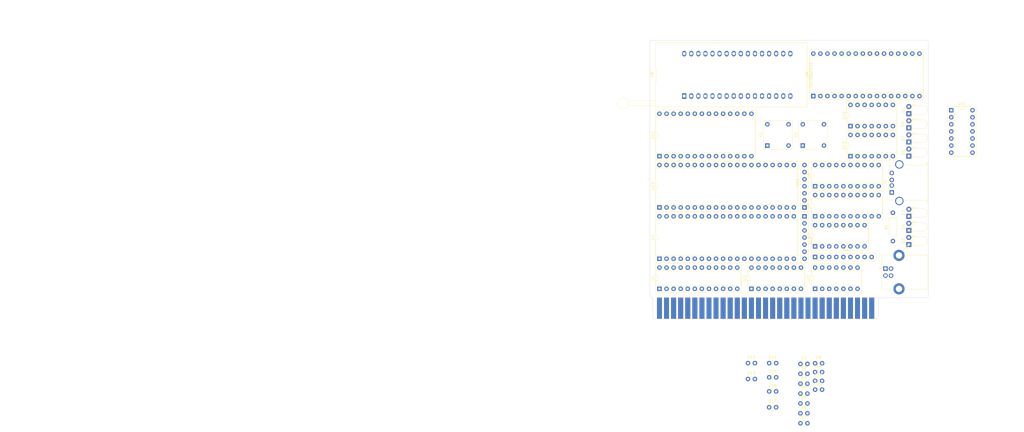
<source format=kicad_pcb>
(kicad_pcb (version 20221018) (generator pcbnew)
  (layers (0 "F.Cu" signal) (31 "B.Cu" signal) (34 "B.Paste" user) (35 "F.Paste" user) (36 "B.SilkS" user "B.Silkscreen") (37 "F.SilkS" user "F.Silkscreen") (38 "B.Mask" user) (39 "F.Mask" user) (44 "Edge.Cuts" user))
  (net 0 "")
  (net 1 "+5V")
  (net 2 "GND")
  (net 3 "Net-(D1-A)")
  (net 4 "~{NMI}")
  (net 5 "~{WAIT}")
  (net 6 "~{INT}")
  (net 7 "~{BUSRQ}")
  (net 8 "~{RESET}")
  (net 9 "/Glue Logic/~{ROM_SEL}")
  (net 10 "/Glue Logic/~{RAM_SEL}")
  (net 12 "~{RD}")
  (net 13 "~{RAM_OE}")
  (net 14 "~{MREQ}")
  (net 15 "~{ROM_CS}")
  (net 16 "A6")
  (net 17 "A7")
  (net 18 "A3")
  (net 19 "A4")
  (net 20 "A5")
  (net 21 "~{IORQ}")
  (net 22 "~{M1}")
  (net 23 "BUS_IEO")
  (net 24 "CTC_IEI")
  (net 25 "~{SIO_CS}")
  (net 26 "A15")
  (net 27 "~{CTC_CS}")
  (net 28 "BA15")
  (net 29 "~{BANK_RD}")
  (net 30 "BA16")
  (net 31 "BA17")
  (net 32 "~{BANK_WR}")
  (net 33 "BA18")
  (net 34 "/Glue Logic/RBA15")
  (net 35 "D0")
  (net 36 "D1")
  (net 37 "D2")
  (net 38 "D3")
  (net 39 "/Glue Logic/RBA16")
  (net 40 "/Glue Logic/RBA17")
  (net 41 "A11")
  (net 42 "A10")
  (net 43 "A12")
  (net 44 "A9")
  (net 45 "A13")
  (net 46 "A8")
  (net 47 "A14")
  (net 48 "CLK")
  (net 49 "D4")
  (net 50 "D5")
  (net 51 "A2")
  (net 52 "D6")
  (net 53 "A1")
  (net 54 "A0")
  (net 55 "D7")
  (net 56 "/Glue Logic/RBA18")
  (net 57 "/Glue Logic/~{ROM_DIS}")
  (net 58 "~{BUSAK}")
  (net 59 "~{WR}")
  (net 62 "Net-(D2-A)")
  (net 63 "Net-(U13-VUSB)")
  (net 64 "Net-(U14-VUSB)")
  (net 65 "~{IRQ}1")
  (net 66 "~{IRQ}2")
  (net 67 "~{IRQ}4")
  (net 68 "~{IRQ}5")
  (net 69 "~{IRQ}6")
  (net 70 "~{IRQ}7")
  (net 71 "Net-(D2-K)")
  (net 72 "~{IRQ}3")
  (net 73 "~{IRQ}0")
  (net 74 "MODE2")
  (net 75 "Net-(U5-S2)")
  (net 76 "Net-(U5-S1)")
  (net 77 "Net-(U5-S0)")
  (net 79 "Net-(D3-K)")
  (net 80 "Net-(D5-K)")
  (net 81 "Net-(D5-A)")
  (net 82 "Net-(U11-CLK{slash}TRG3)")
  (net 86 "Net-(U12-RxDA)")
  (net 87 "Net-(U12-TxDA)")
  (net 92 "Net-(U12-TxDB)")
  (net 93 "Net-(U12-RxDB)")
  (net 104 "Net-(D6-K)")
  (net 105 "Net-(D6-A)")
  (net 106 "Net-(D7-K)")
  (net 107 "Net-(D7-A)")
  (net 108 "/TX")
  (net 109 "/RX")
  (net 110 "/MOSI")
  (net 111 "/MISO")
  (net 112 "/SCLK")
  (net 113 "CTCLK")
  (net 114 "/GND")
  (net 115 "+3V3")
  (net 116 "-12V")
  (net 117 "CLK2")
  (net 118 "Net-(D3-A)")
  (net 119 "Net-(D4-K)")
  (net 120 "Net-(D4-A)")
  (net 121 "/CTC & SIO/D1+")
  (net 122 "/CTC & SIO/D1-")
  (net 123 "/CTC & SIO/D2+")
  (net 124 "/CTC & SIO/D2-")
  (net 125 "+12V")
  (net 127 "~{HALT}")
  (net 130 "Net-(R1-Pad1)")
  (footprint "Package_DIP:DIP-16_W7.62mm_Socket" (layer "F.Cu") (at 177.478053 125.032553 90)
    (fp_text reference "U5" (at 3.81 -2.33 90) (layer "F.SilkS"))
    (fp_text value "74HCT148")
    (pad "1" thru_hole rect (at 0 0 90) (size 1.6 1.6) (drill 0.8) (layers "*.Cu" "*.Mask") (net 72 "~{IRQ}3"))
    (pad "2" thru_hole oval (at 0 2.54 90) (size 1.6 1.6) (drill 0.8) (layers "*.Cu" "*.Mask") (net 66 "~{IRQ}2"))
    (pad "3" thru_hole oval (at 0 5.08 90) (size 1.6 1.6) (drill 0.8) (layers "*.Cu" "*.Mask") (net 65 "~{IRQ}1"))
    (pad "4" thru_hole oval (at 0 7.62 90) (size 1.6 1.6) (drill 0.8) (layers "*.Cu" "*.Mask") (net 73 "~{IRQ}0"))
    (pad "5" thru_hole oval (at 0 10.16 90) (size 1.6 1.6) (drill 0.8) (layers "*.Cu" "*.Mask") (net 2 "GND"))
    (pad "6" thru_hole oval (at 0 12.7 90) (size 1.6 1.6) (drill 0.8) (layers "*.Cu" "*.Mask") (net 75 "Net-(U5-S2)"))
    (pad "7" thru_hole oval (at 0 15.24 90) (size 1.6 1.6) (drill 0.8) (layers "*.Cu" "*.Mask") (net 76 "Net-(U5-S1)"))
    (pad "8" thru_hole oval (at 0 17.78 90) (size 1.6 1.6) (drill 0.8) (layers "*.Cu" "*.Mask") (net 2 "GND"))
    (pad "9" thru_hole oval (at 7.62 17.78 90) (size 1.6 1.6) (drill 0.8) (layers "*.Cu" "*.Mask") (net 77 "Net-(U5-S0)"))
    (pad "10" thru_hole oval (at 7.62 15.24 90) (size 1.6 1.6) (drill 0.8) (layers "*.Cu" "*.Mask") (net 70 "~{IRQ}7"))
    (pad "11" thru_hole oval (at 7.62 12.7 90) (size 1.6 1.6) (drill 0.8) (layers "*.Cu" "*.Mask") (net 69 "~{IRQ}6"))
    (pad "12" thru_hole oval (at 7.62 10.16 90) (size 1.6 1.6) (drill 0.8) (layers "*.Cu" "*.Mask") (net 68 "~{IRQ}5"))
    (pad "13" thru_hole oval (at 7.62 7.62 90) (size 1.6 1.6) (drill 0.8) (layers "*.Cu" "*.Mask") (net 67 "~{IRQ}4"))
    (pad "14" thru_hole oval (at 7.62 5.08 90) (size 1.6 1.6) (drill 0.8) (layers "*.Cu" "*.Mask") (net 6 "~{INT}"))
    (pad "15" thru_hole oval (at 7.62 2.54 90) (size 1.6 1.6) (drill 0.8) (layers "*.Cu" "*.Mask"))
    (pad "16" thru_hole oval (at 7.62 0 90) (size 1.6 1.6) (drill 0.8) (layers "*.Cu" "*.Mask") (net 1 "+5V"))
  )
  (footprint "Package_DIP:DIP-20_W7.62mm_Socket" (layer "F.Cu") (at 177.493053 114.227553 90)
    (fp_text reference "U4" (at 3.81 -2.33 90) (layer "F.SilkS"))
    (fp_text value "74HCT541")
    (pad "1" thru_hole rect (at 0 0 90) (size 1.6 1.6) (drill 0.8) (layers "*.Cu" "*.Mask") (net 29 "~{BANK_RD}"))
    (pad "2" thru_hole oval (at 0 2.54 90) (size 1.6 1.6) (drill 0.8) (layers "*.Cu" "*.Mask") (net 34 "/Glue Logic/RBA15"))
    (pad "3" thru_hole oval (at 0 5.08 90) (size 1.6 1.6) (drill 0.8) (layers "*.Cu" "*.Mask") (net 39 "/Glue Logic/RBA16"))
    (pad "4" thru_hole oval (at 0 7.62 90) (size 1.6 1.6) (drill 0.8) (layers "*.Cu" "*.Mask") (net 40 "/Glue Logic/RBA17"))
    (pad "5" thru_hole oval (at 0 10.16 90) (size 1.6 1.6) (drill 0.8) (layers "*.Cu" "*.Mask") (net 56 "/Glue Logic/RBA18"))
    (pad "6" thru_hole oval (at 0 12.7 90) (size 1.6 1.6) (drill 0.8) (layers "*.Cu" "*.Mask") (net 2 "GND"))
    (pad "7" thru_hole oval (at 0 15.24 90) (size 1.6 1.6) (drill 0.8) (layers "*.Cu" "*.Mask") (net 2 "GND"))
    (pad "8" thru_hole oval (at 0 17.78 90) (size 1.6 1.6) (drill 0.8) (layers "*.Cu" "*.Mask") (net 2 "GND"))
    (pad "9" thru_hole oval (at 0 20.32 90) (size 1.6 1.6) (drill 0.8) (layers "*.Cu" "*.Mask") (net 2 "GND"))
    (pad "10" thru_hole oval (at 0 22.86 90) (size 1.6 1.6) (drill 0.8) (layers "*.Cu" "*.Mask") (net 2 "GND"))
    (pad "11" thru_hole oval (at 7.62 22.86 90) (size 1.6 1.6) (drill 0.8) (layers "*.Cu" "*.Mask") (net 55 "D7"))
    (pad "12" thru_hole oval (at 7.62 20.32 90) (size 1.6 1.6) (drill 0.8) (layers "*.Cu" "*.Mask") (net 52 "D6"))
    (pad "13" thru_hole oval (at 7.62 17.78 90) (size 1.6 1.6) (drill 0.8) (layers "*.Cu" "*.Mask") (net 50 "D5"))
    (pad "14" thru_hole oval (at 7.62 15.24 90) (size 1.6 1.6) (drill 0.8) (layers "*.Cu" "*.Mask") (net 49 "D4"))
    (pad "15" thru_hole oval (at 7.62 12.7 90) (size 1.6 1.6) (drill 0.8) (layers "*.Cu" "*.Mask") (net 38 "D3"))
    (pad "16" thru_hole oval (at 7.62 10.16 90) (size 1.6 1.6) (drill 0.8) (layers "*.Cu" "*.Mask") (net 37 "D2"))
    (pad "17" thru_hole oval (at 7.62 7.62 90) (size 1.6 1.6) (drill 0.8) (layers "*.Cu" "*.Mask") (net 36 "D1"))
    (pad "18" thru_hole oval (at 7.62 5.08 90) (size 1.6 1.6) (drill 0.8) (layers "*.Cu" "*.Mask") (net 35 "D0"))
    (pad "19" thru_hole oval (at 7.62 2.54 90) (size 1.6 1.6) (drill 0.8) (layers "*.Cu" "*.Mask") (net 29 "~{BANK_RD}"))
    (pad "20" thru_hole oval (at 7.62 0 90) (size 1.6 1.6) (drill 0.8) (layers "*.Cu" "*.Mask") (net 1 "+5V"))
  )
  (footprint "Capacitor_THT:C_Disc_D3.0mm_W1.6mm_P2.50mm" (layer "F.Cu") (at 177.488053 170.167553)
    (fp_text reference "C9" (at 1.25 -2.05) (layer "F.SilkS"))
    (fp_text value "1µF")
    (pad "1" thru_hole circle (at 0 0) (size 1.6 1.6) (drill 0.8) (layers "*.Cu" "*.Mask") (net 1 "+5V"))
    (pad "2" thru_hole circle (at 2.5 0) (size 1.6 1.6) (drill 0.8) (layers "*.Cu" "*.Mask") (net 2 "GND"))
  )
  (footprint "Package_DIP:DIP-14_W7.62mm_Socket" (layer "F.Cu") (at 226.383053 76.137553)
    (fp_text reference "U14" (at 3.81 -2.33) (layer "F.SilkS"))
    (fp_text value "MCP2221A")
    (pad "1" thru_hole rect (at 0 0) (size 1.6 1.6) (drill 0.8) (layers "*.Cu" "*.Mask") (net 1 "+5V"))
    (pad "2" thru_hole oval (at 0 2.54) (size 1.6 1.6) (drill 0.8) (layers "*.Cu" "*.Mask") (net 106 "Net-(D7-K)"))
    (pad "3" thru_hole oval (at 0 5.08) (size 1.6 1.6) (drill 0.8) (layers "*.Cu" "*.Mask") (net 104 "Net-(D6-K)"))
    (pad "4" thru_hole oval (at 0 7.62) (size 1.6 1.6) (drill 0.8) (layers "*.Cu" "*.Mask"))
    (pad "5" thru_hole oval (at 0 10.16) (size 1.6 1.6) (drill 0.8) (layers "*.Cu" "*.Mask") (net 92 "Net-(U12-TxDB)"))
    (pad "6" thru_hole oval (at 0 12.7) (size 1.6 1.6) (drill 0.8) (layers "*.Cu" "*.Mask") (net 93 "Net-(U12-RxDB)"))
    (pad "7" thru_hole oval (at 0 15.24) (size 1.6 1.6) (drill 0.8) (layers "*.Cu" "*.Mask") (net 80 "Net-(D5-K)"))
    (pad "8" thru_hole oval (at 7.62 15.24) (size 1.6 1.6) (drill 0.8) (layers "*.Cu" "*.Mask"))
    (pad "9" thru_hole oval (at 7.62 12.7) (size 1.6 1.6) (drill 0.8) (layers "*.Cu" "*.Mask"))
    (pad "10" thru_hole oval (at 7.62 10.16) (size 1.6 1.6) (drill 0.8) (layers "*.Cu" "*.Mask"))
    (pad "11" thru_hole oval (at 7.62 7.62) (size 1.6 1.6) (drill 0.8) (layers "*.Cu" "*.Mask") (net 64 "Net-(U14-VUSB)"))
    (pad "12" thru_hole oval (at 7.62 5.08) (size 1.6 1.6) (drill 0.8) (layers "*.Cu" "*.Mask") (net 124 "/CTC & SIO/D2-"))
    (pad "13" thru_hole oval (at 7.62 2.54) (size 1.6 1.6) (drill 0.8) (layers "*.Cu" "*.Mask") (net 123 "/CTC & SIO/D2+"))
    (pad "14" thru_hole oval (at 7.62 0) (size 1.6 1.6) (drill 0.8) (layers "*.Cu" "*.Mask") (net 2 "GND"))
  )
  (footprint "Capacitor_THT:C_Disc_D3.0mm_W1.6mm_P2.50mm" (layer "F.Cu") (at 177.488053 167.017553)
    (fp_text reference "C8" (at 1.25 -2.05) (layer "F.SilkS"))
    (fp_text value "1µF")
    (pad "1" thru_hole circle (at 0 0) (size 1.6 1.6) (drill 0.8) (layers "*.Cu" "*.Mask") (net 1 "+5V"))
    (pad "2" thru_hole circle (at 2.5 0) (size 1.6 1.6) (drill 0.8) (layers "*.Cu" "*.Mask") (net 2 "GND"))
  )
  (footprint "Resistor_THT:R_Axial_DIN0207_L6.3mm_D2.5mm_P10.16mm_Horizontal" (layer "F.Cu") (at 205.428053 123.127553 90)
    (fp_text reference "R1" (at 5.08 -2.37 90) (layer "F.SilkS"))
    (fp_text value "3K3")
    (pad "1" thru_hole circle (at 0 0 90) (size 1.6 1.6) (drill 0.8) (layers "*.Cu" "*.Mask") (net 130 "Net-(R1-Pad1)"))
    (pad "2" thru_hole oval (at 10.16 0 90) (size 1.6 1.6) (drill 0.8) (layers "*.Cu" "*.Mask") (net 3 "Net-(D1-A)"))
  )
  (footprint "Resistor_THT:R_Array_SIP7" (layer "F.Cu") (at 173.678053 114.237553 -90)
    (fp_text reference "RN2" (at 8.89 -2.4 90) (layer "F.SilkS"))
    (fp_text value "3K3")
    (pad "1" thru_hole rect (at 0 0 270) (size 1.6 1.6) (drill 0.8) (layers "*.Cu" "*.Mask") (net 1 "+5V"))
    (pad "2" thru_hole oval (at 2.54 0 270) (size 1.6 1.6) (drill 0.8) (layers "*.Cu" "*.Mask") (net 7 "~{BUSRQ}"))
    (pad "3" thru_hole oval (at 5.08 0 270) (size 1.6 1.6) (drill 0.8) (layers "*.Cu" "*.Mask") (net 6 "~{INT}"))
    (pad "4" thru_hole oval (at 7.62 0 270) (size 1.6 1.6) (drill 0.8) (layers "*.Cu" "*.Mask") (net 5 "~{WAIT}"))
    (pad "5" thru_hole oval (at 10.16 0 270) (size 1.6 1.6) (drill 0.8) (layers "*.Cu" "*.Mask") (net 4 "~{NMI}"))
    (pad "6" thru_hole oval (at 12.7 0 270) (size 1.6 1.6) (drill 0.8) (layers "*.Cu" "*.Mask") (net 23 "BUS_IEO"))
    (pad "7" thru_hole oval (at 15.24 0 270) (size 1.6 1.6) (drill 0.8) (layers "*.Cu" "*.Mask") (net 24 "CTC_IEI"))
  )
  (footprint "LED_THT:LED_D3.0mm_Horizontal_O1.27mm_Z2.0mm" (layer "F.Cu") (at 211.143053 114.237553 90)
    (fp_text reference "D3" (at 1.27 -1.96 90) (layer "F.SilkS"))
    (fp_text value "TX 1")
    (pad "1" thru_hole rect (at 0 0 90) (size 1.8 1.8) (drill 0.9) (layers "*.Cu" "*.Mask") (net 79 "Net-(D3-K)"))
    (pad "2" thru_hole circle (at 2.54 0 90) (size 1.8 1.8) (drill 0.9) (layers "*.Cu" "*.Mask") (net 118 "Net-(D3-A)"))
  )
  (footprint "0_Library:ZIF_Socket-32" (layer "F.Cu") (at 130.498053 71.057553 90)
    (fp_text reference "U8" (at 7.62 -11.56 90) (layer "F.SilkS"))
    (fp_text value "SST39SF010" (at 7.62 45.5 90) (layer "F.SilkS"))
    (pad "1" thru_hole rect (at 0 0 90) (size 2 1.44) (drill 1) (layers "*.Cu" "*.Mask") (net 2 "GND"))
    (pad "2" thru_hole oval (at 0 2.54 90) (size 2 1.44) (drill 1) (layers "*.Cu" "*.Mask") (net 2 "GND"))
    (pad "3" thru_hole oval (at 0 5.08 90) (size 2 1.44) (drill 1) (layers "*.Cu" "*.Mask") (net 26 "A15"))
    (pad "4" thru_hole oval (at 0 7.62 90) (size 2 1.44) (drill 1) (layers "*.Cu" "*.Mask") (net 43 "A12"))
    (pad "5" thru_hole oval (at 0 10.16 90) (size 2 1.44) (drill 1) (layers "*.Cu" "*.Mask") (net 17 "A7"))
    (pad "6" thru_hole oval (at 0 12.7 90) (size 2 1.44) (drill 1) (layers "*.Cu" "*.Mask") (net 16 "A6"))
    (pad "7" thru_hole oval (at 0 15.24 90) (size 2 1.44) (drill 1) (layers "*.Cu" "*.Mask") (net 20 "A5"))
    (pad "8" thru_hole oval (at 0 17.78 90) (size 2 1.44) (drill 1) (layers "*.Cu" "*.Mask") (net 19 "A4"))
    (pad "9" thru_hole oval (at 0 20.32 90) (size 2 1.44) (drill 1) (layers "*.Cu" "*.Mask") (net 18 "A3"))
    (pad "10" thru_hole oval (at 0 22.86 90) (size 2 1.44) (drill 1) (layers "*.Cu" "*.Mask") (net 51 "A2"))
    (pad "11" thru_hole oval (at 0 25.4 90) (size 2 1.44) (drill 1) (layers "*.Cu" "*.Mask") (net 53 "A1"))
    (pad "12" thru_hole oval (at 0 27.94 90) (size 2 1.44) (drill 1) (layers "*.Cu" "*.Mask") (net 54 "A0"))
    (pad "13" thru_hole oval (at 0 30.48 90) (size 2 1.44) (drill 1) (layers "*.Cu" "*.Mask") (net 35 "D0"))
    (pad "14" thru_hole oval (at 0 33.02 90) (size 2 1.44) (drill 1) (layers "*.Cu" "*.Mask") (net 36 "D1"))
    (pad "15" thru_hole oval (at 0 35.56 90) (size 2 1.44) (drill 1) (layers "*.Cu" "*.Mask") (net 37 "D2"))
    (pad "16" thru_hole oval (at 0 38.1 90) (size 2 1.44) (drill 1) (layers "*.Cu" "*.Mask") (net 2 "GND"))
    (pad "17" thru_hole oval (at 15.24 38.1 90) (size 2 1.44) (drill 1) (layers "*.Cu" "*.Mask") (net 38 "D3"))
    (pad "18" thru_hole oval (at 15.24 35.56 90) (size 2 1.44) (drill 1) (layers "*.Cu" "*.Mask") (net 49 "D4"))
    (pad "19" thru_hole oval (at 15.24 33.02 90) (size 2 1.44) (drill 1) (layers "*.Cu" "*.Mask") (net 50 "D5"))
    (pad "20" thru_hole oval (at 15.24 30.48 90) (size 2 1.44) (drill 1) (layers "*.Cu" "*.Mask") (net 52 "D6"))
    (pad "21" thru_hole oval (at 15.24 27.94 90) (size 2 1.44) (drill 1) (layers "*.Cu" "*.Mask") (net 55 "D7"))
    (pad "22" thru_hole oval (at 15.24 25.4 90) (size 2 1.44) (drill 1) (layers "*.Cu" "*.Mask") (net 15 "~{ROM_CS}"))
    (pad "23" thru_hole oval (at 15.24 22.86 90) (size 2 1.44) (drill 1) (layers "*.Cu" "*.Mask") (net 42 "A10"))
    (pad "24" thru_hole oval (at 15.24 20.32 90) (size 2 1.44) (drill 1) (layers "*.Cu" "*.Mask") (net 12 "~{RD}"))
    (pad "25" thru_hole oval (at 15.24 17.78 90) (size 2 1.44) (drill 1) (layers "*.Cu" "*.Mask") (net 41 "A11"))
    (pad "26" thru_hole oval (at 15.24 15.24 90) (size 2 1.44) (drill 1) (layers "*.Cu" "*.Mask") (net 44 "A9"))
    (pad "27" thru_hole oval (at 15.24 12.7 90) (size 2 1.44) (drill 1) (layers "*.Cu" "*.Mask") (net 46 "A8"))
    (pad "28" thru_hole oval (at 15.24 10.16 90) (size 2 1.44) (drill 1) (layers "*.Cu" "*.Mask") (net 45 "A13"))
    (pad "29" thru_hole oval (at 15.24 7.62 90) (size 2 1.44) (drill 1) (layers "*.Cu" "*.Mask") (net 47 "A14"))
    (pad "30" thru_hole oval (at 15.24 5.08 90) (size 2 1.44) (drill 1) (layers "*.Cu" "*.Mask") (net 2 "GND"))
    (pad "31" thru_hole oval (at 15.24 2.54 90) (size 2 1.44) (drill 1) (layers "*.Cu" "*.Mask") (net 59 "~{WR}"))
    (pad "32" thru_hole oval (at 15.24 0 90) (size 2 1.44) (drill 1) (layers "*.Cu" "*.Mask") (net 1 "+5V"))
  )
  (footprint "Package_DIP:DIP-14_W7.62mm_Socket" (layer "F.Cu") (at 190.188053 92.647553 90)
    (fp_text reference "U13" (at 3.81 -2.33 90) (layer "F.SilkS"))
    (fp_text value "MCP2221A")
    (pad "1" thru_hole rect (at 0 0 90) (size 1.6 1.6) (drill 0.8) (layers "*.Cu" "*.Mask") (net 1 "+5V"))
    (pad "2" thru_hole oval (at 0 2.54 90) (size 1.6 1.6) (drill 0.8) (layers "*.Cu" "*.Mask") (net 119 "Net-(D4-K)"))
    (pad "3" thru_hole oval (at 0 5.08 90) (size 1.6 1.6) (drill 0.8) (layers "*.Cu" "*.Mask") (net 79 "Net-(D3-K)"))
    (pad "4" thru_hole oval (at 0 7.62 90) (size 1.6 1.6) (drill 0.8) (layers "*.Cu" "*.Mask"))
    (pad "5" thru_hole oval (at 0 10.16 90) (size 1.6 1.6) (drill 0.8) (layers "*.Cu" "*.Mask") (net 87 "Net-(U12-TxDA)"))
    (pad "6" thru_hole oval (at 0 12.7 90) (size 1.6 1.6) (drill 0.8) (layers "*.Cu" "*.Mask") (net 86 "Net-(U12-RxDA)"))
    (pad "7" thru_hole oval (at 0 15.24 90) (size 1.6 1.6) (drill 0.8) (layers "*.Cu" "*.Mask") (net 71 "Net-(D2-K)"))
    (pad "8" thru_hole oval (at 7.62 15.24 90) (size 1.6 1.6) (drill 0.8) (layers "*.Cu" "*.Mask"))
    (pad "9" thru_hole oval (at 7.62 12.7 90) (size 1.6 1.6) (drill 0.8) (layers "*.Cu" "*.Mask"))
    (pad "10" thru_hole oval (at 7.62 10.16 90) (size 1.6 1.6) (drill 0.8) (layers "*.Cu" "*.Mask"))
    (pad "11" thru_hole oval (at 7.62 7.62 90) (size 1.6 1.6) (drill 0.8) (layers "*.Cu" "*.Mask") (net 63 "Net-(U13-VUSB)"))
    (pad "12" thru_hole oval (at 7.62 5.08 90) (size 1.6 1.6) (drill 0.8) (layers "*.Cu" "*.Mask") (net 122 "/CTC & SIO/D1-"))
    (pad "13" thru_hole oval (at 7.62 2.54 90) (size 1.6 1.6) (drill 0.8) (layers "*.Cu" "*.Mask") (net 121 "/CTC & SIO/D1+"))
    (pad "14" thru_hole oval (at 7.62 0 90) (size 1.6 1.6) (drill 0.8) (layers "*.Cu" "*.Mask") (net 2 "GND"))
  )
  (footprint "Package_DIP:DIP-40_W15.24mm_Socket" (layer "F.Cu") (at 121.608053 129.477553 90)
    (fp_text reference "U7" (at 7.62 -2.33 90) (layer "F.SilkS"))
    (fp_text value "Z84C0010")
    (pad "1" thru_hole rect (at 0 0 90) (size 1.6 1.6) (drill 0.8) (layers "*.Cu" "*.Mask") (net 41 "A11"))
    (pad "2" thru_hole oval (at 0 2.54 90) (size 1.6 1.6) (drill 0.8) (layers "*.Cu" "*.Mask") (net 43 "A12"))
    (pad "3" thru_hole oval (at 0 5.08 90) (size 1.6 1.6) (drill 0.8) (layers "*.Cu" "*.Mask") (net 45 "A13"))
    (pad "4" thru_hole oval (at 0 7.62 90) (size 1.6 1.6) (drill 0.8) (layers "*.Cu" "*.Mask") (net 47 "A14"))
    (pad "5" thru_hole oval (at 0 10.16 90) (size 1.6 1.6) (drill 0.8) (layers "*.Cu" "*.Mask") (net 26 "A15"))
    (pad "6" thru_hole oval (at 0 12.7 90) (size 1.6 1.6) (drill 0.8) (layers "*.Cu" "*.Mask") (net 48 "CLK"))
    (pad "7" thru_hole oval (at 0 15.24 90) (size 1.6 1.6) (drill 0.8) (layers "*.Cu" "*.Mask") (net 49 "D4"))
    (pad "8" thru_hole oval (at 0 17.78 90) (size 1.6 1.6) (drill 0.8) (layers "*.Cu" "*.Mask") (net 38 "D3"))
    (pad "9" thru_hole oval (at 0 20.32 90) (size 1.6 1.6) (drill 0.8) (layers "*.Cu" "*.Mask") (net 50 "D5"))
    (pad "10" thru_hole oval (at 0 22.86 90) (size 1.6 1.6) (drill 0.8) (layers "*.Cu" "*.Mask") (net 52 "D6"))
    (pad "11" thru_hole oval (at 0 25.4 90) (size 1.6 1.6) (drill 0.8) (layers "*.Cu" "*.Mask") (net 1 "+5V"))
    (pad "12" thru_hole oval (at 0 27.94 90) (size 1.6 1.6) (drill 0.8) (layers "*.Cu" "*.Mask") (net 37 "D2"))
    (pad "13" thru_hole oval (at 0 30.48 90) (size 1.6 1.6) (drill 0.8) (layers "*.Cu" "*.Mask") (net 55 "D7"))
    (pad "14" thru_hole oval (at 0 33.02 90) (size 1.6 1.6) (drill 0.8) (layers "*.Cu" "*.Mask") (net 35 "D0"))
    (pad "15" thru_hole oval (at 0 35.56 90) (size 1.6 1.6) (drill 0.8) (layers "*.Cu" "*.Mask") (net 36 "D1"))
    (pad "16" thru_hole oval (at 0 38.1 90) (size 1.6 1.6) (drill 0.8) (layers "*.Cu" "*.Mask") (net 6 "~{INT}"))
    (pad "17" thru_hole oval (at 0 40.64 90) (size 1.6 1.6) (drill 0.8) (layers "*.Cu" "*.Mask") (net 4 "~{NMI}"))
    (pad "18" thru_hole oval (at 0 43.18 90) (size 1.6 1.6) (drill 0.8) (layers "*.Cu" "*.Mask") (net 127 "~{HALT}"))
    (pad "19" thru_hole oval (at 0 45.72 90) (size 1.6 1.6) (drill 0.8) (layers "*.Cu" "*.Mask") (net 14 "~{MREQ}"))
    (pad "20" thru_hole oval (at 0 48.26 90) (size 1.6 1.6) (drill 0.8) (layers "*.Cu" "*.Mask") (net 21 "~{IORQ}"))
    (pad "21" thru_hole oval (at 15.24 48.26 90) (size 1.6 1.6) (drill 0.8) (layers "*.Cu" "*.Mask") (net 12 "~{RD}"))
    (pad "22" thru_hole oval (at 15.24 45.72 90) (size 1.6 1.6) (drill 0.8) (layers "*.Cu" "*.Mask") (net 59 "~{WR}"))
    (pad "23" thru_hole oval (at 15.24 43.18 90) (size 1.6 1.6) (drill 0.8) (layers "*.Cu" "*.Mask") (net 58 "~{BUSAK}"))
    (pad "24" thru_hole oval (at 15.24 40.64 90) (size 1.6 1.6) (drill 0.8) (layers "*.Cu" "*.Mask") (net 5 "~{WAIT}"))
    (pad "25" thru_hole oval (at 15.24 38.1 90) (size 1.6 1.6) (drill 0.8) (layers "*.Cu" "*.Mask") (net 7 "~{BUSRQ}"))
    (pad "26" thru_hole oval (at 15.24 35.56 90) (size 1.6 1.6) (drill 0.8) (layers "*.Cu" "*.Mask") (net 8 "~{RESET}"))
    (pad "27" thru_hole oval (at 15.24 33.02 90) (size 1.6 1.6) (drill 0.8) (layers "*.Cu" "*.Mask") (net 22 "~{M1}"))
    (pad "28" thru_hole oval (at 15.24 30.48 90) (size 1.6 1.6) (drill 0.8) (layers "*.Cu" "*.Mask"))
    (pad "29" thru_hole oval (at 15.24 27.94 90) (size 1.6 1.6) (drill 0.8) (layers "*.Cu" "*.Mask") (net 2 "GND"))
    (pad "30" thru_hole oval (at 15.24 25.4 90) (size 1.6 1.6) (drill 0.8) (layers "*.Cu" "*.Mask") (net 54 "A0"))
    (pad "31" thru_hole oval (at 15.24 22.86 90) (size 1.6 1.6) (drill 0.8) (layers "*.Cu" "*.Mask") (net 53 "A1"))
    (pad "32" thru_hole oval (at 15.24 20.32 90) (size 1.6 1.6) (drill 0.8) (layers "*.Cu" "*.Mask") (net 51 "A2"))
    (pad "33" thru_hole oval (at 15.24 17.78 90) (size 1.6 1.6) (drill 0.8) (layers "*.Cu" "*.Mask") (net 18 "A3"))
    (pad "34" thru_hole oval (at 15.24 15.24 90) (size 1.6 1.6) (drill 0.8) (layers "*.Cu" "*.Mask") (net 19 "A4"))
    (pad "35" thru_hole oval (at 15.24 12.7 90) (size 1.6 1.6) (drill 0.8) (layers "*.Cu" "*.Mask") (net 20 "A5"))
    (pad "36" thru_hole oval (at 15.24 10.16 90) (size 1.6 1.6) (drill 0.8) (layers "*.Cu" "*.Mask") (net 16 "A6"))
    (pad "37" thru_hole oval (at 15.24 7.62 90) (size 1.6 1.6) (drill 0.8) (layers "*.Cu" "*.Mask") (net 17 "A7"))
    (pad "38" thru_hole oval (at 15.24 5.08 90) (size 1.6 1.6) (drill 0.8) (layers "*.Cu" "*.Mask") (net 46 "A8"))
    (pad "39" thru_hole oval (at 15.24 2.54 90) (size 1.6 1.6) (drill 0.8) (layers "*.Cu" "*.Mask") (net 44 "A9"))
    (pad "40" thru_hole oval (at 15.24 0 90) (size 1.6 1.6) (drill 0.8) (layers "*.Cu" "*.Mask") (net 42 "A10"))
  )
  (footprint "Capacitor_THT:C_Disc_D3.0mm_W1.6mm_P2.50mm" (layer "F.Cu") (at 160.998053 172.047553)
    (fp_text reference "C15" (at 1.25 -2.05) (layer "F.SilkS"))
    (fp_text value "1µF")
    (pad "1" thru_hole circle (at 0 0) (size 1.6 1.6) (drill 0.8) (layers "*.Cu" "*.Mask") (net 1 "+5V"))
    (pad "2" thru_hole circle (at 2.5 0) (size 1.6 1.6) (drill 0.8) (layers "*.Cu" "*.Mask") (net 2 "GND"))
  )
  (footprint "0_Library:BUS_XT v2" (layer "F.Cu") (at 218.128053 143.447553)
    (fp_text reference "J1" hide)
    (fp_text value "CARD EDGE" hide)
    (pad "1" connect rect (at -20.32 3.81) (size 1.78 7.62) (layers "B.Cu" "B.Mask") (net 108 "/TX"))
    (pad "2" connect rect (at -22.86 3.81) (size 1.78 7.62) (layers "B.Cu" "B.Mask") (net 55 "D7"))
    (pad "3" connect rect (at -25.4 3.81) (size 1.78 7.62) (layers "B.Cu" "B.Mask") (net 52 "D6"))
    (pad "4" connect rect (at -27.94 3.81) (size 1.78 7.62) (layers "B.Cu" "B.Mask") (net 50 "D5"))
    (pad "5" connect rect (at -30.48 3.81) (size 1.78 7.62) (layers "B.Cu" "B.Mask") (net 49 "D4"))
    (pad "6" connect rect (at -33.02 3.81) (size 1.78 7.62) (layers "B.Cu" "B.Mask") (net 38 "D3"))
    (pad "7" connect rect (at -35.56 3.81) (size 1.78 7.62) (layers "B.Cu" "B.Mask") (net 37 "D2"))
    (pad "8" connect rect (at -38.1 3.81) (size 1.78 7.62) (layers "B.Cu" "B.Mask") (net 36 "D1"))
    (pad "9" connect rect (at -40.64 3.81) (size 1.78 7.62) (layers "B.Cu" "B.Mask") (net 35 "D0"))
    (pad "10" connect rect (at -43.18 3.81) (size 1.78 7.62) (layers "B.Cu" "B.Mask") (net 109 "/RX"))
    (pad "11" connect rect (at -45.72 3.81) (size 1.78 7.62) (layers "B.Cu" "B.Mask") (net 110 "/MOSI"))
    (pad "12" connect rect (at -48.26 3.81) (size 1.78 7.62) (layers "B.Cu" "B.Mask") (net 111 "/MISO"))
    (pad "13" connect rect (at -50.8 3.81) (size 1.78 7.62) (layers "B.Cu" "B.Mask") (net 112 "/SCLK"))
    (pad "14" connect rect (at -53.34 3.81) (size 1.78 7.62) (layers "B.Cu" "B.Mask") (net 113 "CTCLK"))
    (pad "15" connect rect (at -55.88 3.81) (size 1.78 7.62) (layers "B.Cu" "B.Mask") (net 23 "BUS_IEO"))
    (pad "16" connect rect (at -58.42 3.81) (size 1.78 7.62) (layers "B.Cu" "B.Mask") (net 26 "A15"))
    (pad "17" connect rect (at -60.96 3.81) (size 1.78 7.62) (layers "B.Cu" "B.Mask") (net 47 "A14"))
    (pad "18" connect rect (at -63.5 3.81) (size 1.78 7.62) (layers "B.Cu" "B.Mask") (net 45 "A13"))
    (pad "19" connect rect (at -66.04 3.81) (size 1.78 7.62) (layers "B.Cu" "B.Mask") (net 43 "A12"))
    (pad "20" connect rect (at -68.58 3.81) (size 1.78 7.62) (layers "B.Cu" "B.Mask") (net 41 "A11"))
    (pad "21" connect rect (at -71.12 3.81) (size 1.78 7.62) (layers "B.Cu" "B.Mask") (net 42 "A10"))
    (pad "22" connect rect (at -73.66 3.81) (size 1.78 7.62) (layers "B.Cu" "B.Mask") (net 44 "A9"))
    (pad "23" connect rect (at -76.2 3.81) (size 1.78 7.62) (layers "B.Cu" "B.Mask") (net 46 "A8"))
    (pad "24" connect rect (at -78.74 3.81) (size 1.78 7.62) (layers "B.Cu" "B.Mask") (net 17 "A7"))
    (pad "25" connect rect (at -81.28 3.81) (size 1.78 7.62) (layers "B.Cu" "B.Mask") (net 16 "A6"))
    (pad "26" connect rect (at -83.82 3.81) (size 1.78 7.62) (layers "B.Cu" "B.Mask") (net 20 "A5"))
    (pad "27" connect rect (at -86.36 3.81) (size 1.78 7.62) (layers "B.Cu" "B.Mask") (net 19 "A4"))
    (pad "28" connect rect (at -88.9 3.81) (size 1.78 7.62) (layers "B.Cu" "B.Mask") (net 18 "A3"))
    (pad "29" connect rect (at -91.44 3.81) (size 1.78 7.62) (layers "B.Cu" "B.Mask") (net 51 "A2"))
    (pad "30" connect rect (at -93.98 3.81) (size 1.78 7.62) (layers "B.Cu" "B.Mask") (net 53 "A1"))
    (pad "31" connect rect (at -96.52 3.81) (size 1.78 7.62) (layers "B.Cu" "B.Mask") (net 54 "A0"))
    (pad "32" connect rect (at -20.32 3.81) (size 1.78 7.62) (layers "F.Cu" "F.Mask") (net 114 "/GND"))
    (pad "33" connect rect (at -22.86 3.81) (size 1.78 7.62) (layers "F.Cu" "F.Mask") (net 8 "~{RESET}"))
    (pad "34" connect rect (at -25.4 3.81) (size 1.78 7.62) (layers "F.Cu" "F.Mask") (net 1 "+5V"))
    (pad "35" connect rect (at -27.94 3.81) (size 1.78 7.62) (layers "F.Cu" "F.Mask") (net 66 "~{IRQ}2"))
    (pad "36" connect rect (at -30.48 3.81) (size 1.78 7.62) (layers "F.Cu" "F.Mask") (net 115 "+3V3"))
    (pad "37" connect rect (at -33.02 3.81) (size 1.78 7.62) (layers "F.Cu" "F.Mask") (net 22 "~{M1}"))
    (pad "38" connect rect (at -35.56 3.81) (size 1.78 7.62) (layers "F.Cu" "F.Mask") (net 116 "-12V"))
    (pad "39" connect rect (at -38.1 3.81) (size 1.78 7.62) (layers "F.Cu" "F.Mask") (net 117 "CLK2"))
    (pad "40" connect rect (at -40.64 3.81) (size 1.78 7.62) (layers "F.Cu" "F.Mask") (net 125 "+12V"))
    (pad "41" connect rect (at -43.18 3.81) (size 1.78 7.62) (layers "F.Cu" "F.Mask") (net 114 "/GND"))
    (pad "42" connect rect (at -45.72 3.81) (size 1.78 7.62) (layers "F.Cu" "F.Mask") (net 14 "~{MREQ}"))
    (pad "43" connect rect (at -48.26 3.81) (size 1.78 7.62) (layers "F.Cu" "F.Mask") (net 21 "~{IORQ}"))
    (pad "44" connect rect (at -50.8 3.81) (size 1.78 7.62) (layers "F.Cu" "F.Mask") (net 12 "~{RD}"))
    (pad "45" connect rect (at -53.34 3.81) (size 1.78 7.62) (layers "F.Cu" "F.Mask") (net 59 "~{WR}"))
    (pad "46" connect rect (at -55.88 3.81) (size 1.78 7.62) (layers "F.Cu" "F.Mask"))
    (pad "47" connect rect (at -58.42 3.81) (size 1.78 7.62) (layers "F.Cu" "F.Mask") (net 7 "~{BUSRQ}"))
    (pad "48" connect rect (at -60.96 3.81) (size 1.78 7.62) (layers "F.Cu" "F.Mask") (net 58 "~{BUSAK}"))
    (pad "49" connect rect (at -63.5 3.81) (size 1.78 7.62) (layers "F.Cu" "F.Mask") (net 5 "~{WAIT}"))
    (pad "50" connect rect (at -66.04 3.81) (size 1.78 7.62) (layers "F.Cu" "F.Mask") (net 127 "~{HALT}"))
    (pad "51" connect rect (at -68.58 3.81) (size 1.78 7.62) (layers "F.Cu" "F.Mask") (net 48 "CLK"))
    (pad "52" connect rect (at -71.12 3.81) (size 1.78 7.62) (layers "F.Cu" "F.Mask") (net 70 "~{IRQ}7"))
    (pad "53" connect rect (at -73.66 3.81) (size 1.78 7.62) (layers "F.Cu" "F.Mask") (net 69 "~{IRQ}6"))
    (pad "54" connect rect (at -76.2 3.81) (size 1.78 7.62) (layers "F.Cu" "F.Mask") (net 68 "~{IRQ}5"))
    (pad "55" connect rect (at -78.74 3.81) (size 1.78 7.62) (layers "F.Cu" "F.Mask") (net 67 "~{IRQ}4"))
    (pad "56" connect rect (at -81.28 3.81) (size 1.78 7.62) (layers "F.Cu" "F.Mask") (net 72 "~{IRQ}3"))
    (pad "57" connect rect (at -83.82 3.81) (size 1.78 7.62) (layers "F.Cu" "F.Mask") (net 4 "~{NMI}"))
    (pad "58" connect rect (at -86.36 3.81) (size 1.78 7.62) (layers "F.Cu" "F.Mask") (net 65 "~{IRQ}1"))
    (pad "59" connect rect (at -88.9 3.81) (size 1.78 7.62) (layers "F.Cu" "F.Mask") (net 73 "~{IRQ}0"))
    (pad "60" connect rect (at -91.44 3.81) (size 1.78 7.62) (layers "F.Cu" "F.Mask") (net 1 "+5V"))
    (pad "61" connect rect (at -93.98 3.81) (size 1.78 7.62) (layers "F.Cu" "F.Mask"))
    (pad "62" connect rect (at -96.52 3.81) (size 1.78 7.62) (layers "F.Cu" "F.Mask") (net 114 "/GND"))
  )
  (footprint "LED_THT:LED_D3.0mm_Horizontal_O1.27mm_Z2.0mm" (layer "F.Cu") (at 211.143053 92.627553 90)
    (fp_text reference "D5" (at 1.27 -1.96 90) (layer "F.SilkS"))
    (fp_text value "USB 2")
    (pad "1" thru_hole rect (at 0 0 90) (size 1.8 1.8) (drill 0.9) (layers "*.Cu" "*.Mask") (net 80 "Net-(D5-K)"))
    (pad "2" thru_hole circle (at 2.54 0 90) (size 1.8 1.8) (drill 0.9) (layers "*.Cu" "*.Mask") (net 81 "Net-(D5-A)"))
  )
  (footprint "Resistor_THT:R_Array_SIP9" (layer "F.Cu") (at 177.478053 128.842553)
    (fp_text reference "RN1" (at 11.43 -2.4) (layer "F.SilkS"))
    (fp_text value "3K3")
    (pad "1" thru_hole rect (at 0 0) (size 1.6 1.6) (drill 0.8) (layers "*.Cu" "*.Mask") (net 1 "+5V"))
    (pad "2" thru_hole oval (at 2.54 0) (size 1.6 1.6) (drill 0.8) (layers "*.Cu" "*.Mask") (net 72 "~{IRQ}3"))
    (pad "3" thru_hole oval (at 5.08 0) (size 1.6 1.6) (drill 0.8) (layers "*.Cu" "*.Mask") (net 66 "~{IRQ}2"))
    (pad "4" thru_hole oval (at 7.62 0) (size 1.6 1.6) (drill 0.8) (layers "*.Cu" "*.Mask") (net 67 "~{IRQ}4"))
    (pad "5" thru_hole oval (at 10.16 0) (size 1.6 1.6) (drill 0.8) (layers "*.Cu" "*.Mask") (net 65 "~{IRQ}1"))
    (pad "6" thru_hole oval (at 12.7 0) (size 1.6 1.6) (drill 0.8) (layers "*.Cu" "*.Mask") (net 68 "~{IRQ}5"))
    (pad "7" thru_hole oval (at 15.24 0) (size 1.6 1.6) (drill 0.8) (layers "*.Cu" "*.Mask") (net 73 "~{IRQ}0"))
    (pad "8" thru_hole oval (at 17.78 0) (size 1.6 1.6) (drill 0.8) (layers "*.Cu" "*.Mask") (net 69 "~{IRQ}6"))
    (pad "9" thru_hole oval (at 20.32 0) (size 1.6 1.6) (drill 0.8) (layers "*.Cu" "*.Mask") (net 70 "~{IRQ}7"))
  )
  (footprint "LED_THT:LED_D3.0mm_Horizontal_O1.27mm_Z2.0mm" (layer "F.Cu") (at 211.143053 119.297553 90)
    (fp_text reference "D4" (at 1.27 -1.96 90) (layer "F.SilkS"))
    (fp_text value "RX 1")
    (pad "1" thru_hole rect (at 0 0 90) (size 1.8 1.8) (drill 0.9) (layers "*.Cu" "*.Mask") (net 119 "Net-(D4-K)"))
    (pad "2" thru_hole circle (at 2.54 0 90) (size 1.8 1.8) (drill 0.9) (layers "*.Cu" "*.Mask") (net 120 "Net-(D4-A)"))
  )
  (footprint "Capacitor_THT:C_Disc_D3.0mm_W2.0mm_P2.50mm" (layer "F.Cu") (at 172.223053 181.432553)
    (fp_text reference "C5" (at 1.25 -2.25) (layer "F.SilkS"))
    (fp_text value "1µF")
    (pad "1" thru_hole circle (at 0 0) (size 1.6 1.6) (drill 0.8) (layers "*.Cu" "*.Mask") (net 1 "+5V"))
    (pad "2" thru_hole circle (at 2.5 0) (size 1.6 1.6) (drill 0.8) (layers "*.Cu" "*.Mask") (net 2 "GND"))
  )
  (footprint "Package_DIP:DIP-24_W7.62mm_Socket" (layer "F.Cu") (at 121.608053 140.272553 90)
    (fp_text reference "U1" (at 3.81 -2.33 90) (layer "F.SilkS"))
    (fp_text value "ATF22V10C")
    (pad "1" thru_hole rect (at 0 0 90) (size 1.6 1.6) (drill 0.8) (layers "*.Cu" "*.Mask") (net 8 "~{RESET}"))
    (pad "2" thru_hole oval (at 0 2.54 90) (size 1.6 1.6) (drill 0.8) (layers "*.Cu" "*.Mask") (net 14 "~{MREQ}"))
    (pad "3" thru_hole oval (at 0 5.08 90) (size 1.6 1.6) (drill 0.8) (layers "*.Cu" "*.Mask") (net 21 "~{IORQ}"))
    (pad "4" thru_hole oval (at 0 7.62 90) (size 1.6 1.6) (drill 0.8) (layers "*.Cu" "*.Mask") (net 59 "~{WR}"))
    (pad "5" thru_hole oval (at 0 10.16 90) (size 1.6 1.6) (drill 0.8) (layers "*.Cu" "*.Mask") (net 12 "~{RD}"))
    (pad "6" thru_hole oval (at 0 12.7 90) (size 1.6 1.6) (drill 0.8) (layers "*.Cu" "*.Mask") (net 22 "~{M1}"))
    (pad "7" thru_hole oval (at 0 15.24 90) (size 1.6 1.6) (drill 0.8) (layers "*.Cu" "*.Mask") (net 51 "A2"))
    (pad "8" thru_hole oval (at 0 17.78 90) (size 1.6 1.6) (drill 0.8) (layers "*.Cu" "*.Mask") (net 18 "A3"))
    (pad "9" thru_hole oval (at 0 20.32 90) (size 1.6 1.6) (drill 0.8) (layers "*.Cu" "*.Mask") (net 19 "A4"))
    (pad "10" thru_hole oval (at 0 22.86 90) (size 1.6 1.6) (drill 0.8) (layers "*.Cu" "*.Mask") (net 20 "A5"))
    (pad "11" thru_hole oval (at 0 25.4 90) (size 1.6 1.6) (drill 0.8) (layers "*.Cu" "*.Mask") (net 16 "A6"))
    (pad "12" thru_hole oval (at 0 27.94 90) (size 1.6 1.6) (drill 0.8) (layers "*.Cu" "*.Mask") (net 2 "GND"))
    (pad "13" thru_hole oval (at 7.62 27.94 90) (size 1.6 1.6) (drill 0.8) (layers "*.Cu" "*.Mask") (net 17 "A7"))
    (pad "14" thru_hole oval (at 7.62 25.4 90) (size 1.6 1.6) (drill 0.8) (layers "*.Cu" "*.Mask") (net 74 "MODE2"))
    (pad "15" thru_hole oval (at 7.62 22.86 90) (size 1.6 1.6) (drill 0.8) (layers "*.Cu" "*.Mask") (net 27 "~{CTC_CS}"))
    (pad "16" thru_hole oval (at 7.62 20.32 90) (size 1.6 1.6) (drill 0.8) (layers "*.Cu" "*.Mask") (net 25 "~{SIO_CS}"))
    (pad "17" thru_hole oval (at 7.62 17.78 90) (size 1.6 1.6) (drill 0.8) (layers "*.Cu" "*.Mask") (net 29 "~{BANK_RD}"))
    (pad "18" thru_hole oval (at 7.62 15.24 90) (size 1.6 1.6) (drill 0.8) (layers "*.Cu" "*.Mask") (net 32 "~{BANK_WR}"))
    (pad "19" thru_hole oval (at 7.62 12.7 90) (size 1.6 1.6) (drill 0.8) (layers "*.Cu" "*.Mask") (net 13 "~{RAM_OE}"))
    (pad "20" thru_hole oval (at 7.62 10.16 90) (size 1.6 1.6) (drill 0.8) (layers "*.Cu" "*.Mask") (net 15 "~{ROM_CS}"))
    (pad "21" thru_hole oval (at 7.62 7.62 90) (size 1.6 1.6) (drill 0.8) (layers "*.Cu" "*.Mask") (net 57 "/Glue Logic/~{ROM_DIS}"))
    (pad "22" thru_hole oval (at 7.62 5.08 90) (size 1.6 1.6) (drill 0.8) (layers "*.Cu" "*.Mask") (net 9 "/Glue Logic/~{ROM_SEL}"))
    (pad "23" thru_hole oval (at 7.62 2.54 90) (size 1.6 1.6) (drill 0.8) (layers "*.Cu" "*.Mask") (net 10 "/Glue Logic/~{RAM_SEL}"))
    (pad "24" thru_hole oval (at 7.62 0 90) (size 1.6 1.6) (drill 0.8) (layers "*.Cu" "*.Mask") (net 1 "+5V"))
  )
  (footprint "Package_DIP:DIP-14_W7.62mm_Socket" (layer "F.Cu") (at 190.188053 81.852553 90)
    (fp_text reference "U10" (at 3.81 -2.33 90) (layer "F.SilkS"))
    (fp_text value "74HCT30")
    (pad "1" thru_hole rect (at 0 0 90) (size 1.6 1.6) (drill 0.8) (layers "*.Cu" "*.Mask") (net 15 "~{ROM_CS}"))
    (pad "2" thru_hole oval (at 0 2.54 90) (size 1.6 1.6) (drill 0.8) (layers "*.Cu" "*.Mask") (net 127 "~{HALT}"))
    (pad "3" thru_hole oval (at 0 5.08 90) (size 1.6 1.6) (drill 0.8) (layers "*.Cu" "*.Mask") (net 5 "~{WAIT}"))
    (pad "4" thru_hole oval (at 0 7.62 90) (size 1.6 1.6) (drill 0.8) (layers "*.Cu" "*.Mask") (net 6 "~{INT}"))
    (pad "5" thru_hole oval (at 0 10.16 90) (size 1.6 1.6) (drill 0.8) (layers "*.Cu" "*.Mask") (net 4 "~{NMI}"))
    (pad "6" thru_hole oval (at 0 12.7 90) (size 1.6 1.6) (drill 0.8) (layers "*.Cu" "*.Mask") (net 7 "~{BUSRQ}"))
    (pad "7" thru_hole oval (at 0 15.24 90) (size 1.6 1.6) (drill 0.8) (layers "*.Cu" "*.Mask") (net 2 "GND"))
    (pad "8" thru_hole oval (at 7.62 15.24 90) (size 1.6 1.6) (drill 0.8) (layers "*.Cu" "*.Mask") (net 130 "Net-(R1-Pad1)"))
    (pad "9" thru_hole oval (at 7.62 12.7 90) (size 1.6 1.6) (drill 0.8) (layers "*.Cu" "*.Mask"))
    (pad "10" thru_hole oval (at 7.62 10.16 90) (size 1.6 1.6) (drill 0.8) (layers "*.Cu" "*.Mask"))
    (pad "11" thru_hole oval (at 7.62 7.62 90) (size 1.6 1.6) (drill 0.8) (layers "*.Cu" "*.Mask") (net 58 "~{BUSAK}"))
    (pad "12" thru_hole oval (at 7.62 5.08 90) (size 1.6 1.6) (drill 0.8) (layers "*.Cu" "*.Mask") (net 8 "~{RESET}"))
    (pad "13" thru_hole oval (at 7.62 2.54 90) (size 1.6 1.6) (drill 0.8) (layers "*.Cu" "*.Mask"))
    (pad "14" thru_hole oval (at 7.62 0 90) (size 1.6 1.6) (drill 0.8) (layers "*.Cu" "*.Mask") (net 1 "+5V"))
  )
  (footprint "Capacitor_THT:C_Disc_D3.0mm_W2.0mm_P2.50mm" (layer "F.Cu") (at 172.223053 170.782553)
    (fp_text reference "C2" (at 1.25 -2.25) (layer "F.SilkS"))
    (fp_text value "1µF")
    (pad "1" thru_hole circle (at 0 0) (size 1.6 1.6) (drill 0.8) (layers "*.Cu" "*.Mask") (net 1 "+5V"))
    (pad "2" thru_hole circle (at 2.5 0) (size 1.6 1.6) (drill 0.8) (layers "*.Cu" "*.Mask") (net 2 "GND"))
  )
  (footprint "Capacitor_THT:C_Disc_D3.0mm_W1.6mm_P2.50mm" (layer "F.Cu") (at 177.488053 173.317553)
    (fp_text reference "C10" (at 1.25 -2.05) (layer "F.SilkS"))
    (fp_text value "1µF")
    (pad "1" thru_hole circle (at 0 0) (size 1.6 1.6) (drill 0.8) (layers "*.Cu" "*.Mask") (net 1 "+5V"))
    (pad "2" thru_hole circle (at 2.5 0) (size 1.6 1.6) (drill 0.8) (layers "*.Cu" "*.Mask") (net 2 "GND"))
  )
  (footprint "LED_THT:LED_D3.0mm_Horizontal_O1.27mm_Z2.0mm" (layer "F.Cu") (at 211.143053 87.547553 90)
    (fp_text reference "D7" (at 1.27 -1.96 90) (layer "F.SilkS"))
    (fp_text value "RX 2")
    (pad "1" thru_hole rect (at 0 0 90) (size 1.8 1.8) (drill 0.9) (layers "*.Cu" "*.Mask") (net 106 "Net-(D7-K)"))
    (pad "2" thru_hole circle (at 2.54 0 90) (size 1.8 1.8) (drill 0.9) (layers "*.Cu" "*.Mask") (net 107 "Net-(D7-A)"))
  )
  (footprint "LED_THT:LED_D3.0mm_Horizontal_O1.27mm_Z2.0mm" (layer "F.Cu") (at 211.143053 124.377553 90)
    (fp_text reference "D2" (at 1.27 -1.96 90) (layer "F.SilkS"))
    (fp_text value "USB 1")
    (pad "1" thru_hole rect (at 0 0 90) (size 1.8 1.8) (drill 0.9) (layers "*.Cu" "*.Mask") (net 71 "Net-(D2-K)"))
    (pad "2" thru_hole circle (at 2.54 0 90) (size 1.8 1.8) (drill 0.9) (layers "*.Cu" "*.Mask") (net 62 "Net-(D2-A)"))
  )
  (footprint "Capacitor_THT:C_Disc_D3.0mm_W1.6mm_P2.50mm" (layer "F.Cu") (at 153.378053 172.657553)
    (fp_text reference "C13" (at 1.25 -2.05) (layer "F.SilkS"))
    (fp_text value "0.47µF")
    (pad "1" thru_hole circle (at 0 0) (size 1.6 1.6) (drill 0.8) (layers "*.Cu" "*.Mask") (net 64 "Net-(U14-VUSB)"))
    (pad "2" thru_hole circle (at 2.5 0) (size 1.6 1.6) (drill 0.8) (layers "*.Cu" "*.Mask") (net 2 "GND"))
  )
  (footprint "Capacitor_THT:C_Disc_D3.0mm_W2.0mm_P2.50mm" (layer "F.Cu") (at 172.223053 167.232553)
    (fp_text reference "C1" (at 1.25 -2.25) (layer "F.SilkS"))
    (fp_text value "1µF")
    (pad "1" thru_hole circle (at 0 0) (size 1.6 1.6) (drill 0.8) (layers "*.Cu" "*.Mask") (net 1 "+5V"))
    (pad "2" thru_hole circle (at 2.5 0) (size 1.6 1.6) (drill 0.8) (layers "*.Cu" "*.Mask") (net 2 "GND"))
  )
  (footprint "LED_THT:LED_D3.0mm_Horizontal_O1.27mm_Z2.0mm" (layer "F.Cu") (at 211.143053 82.467553 90)
    (fp_text reference "D6" (at 1.25 -2.255 90) (layer "F.SilkS"))
    (fp_text value "TX 2")
    (pad "1" thru_hole rect (at 0 0 90) (size 1.8 1.8) (drill 0.9) (layers "*.Cu" "*.Mask") (net 104 "Net-(D6-K)"))
    (pad "2" thru_hole circle (at 2.54 0 90) (size 1.8 1.8) (drill 0.9) (layers "*.Cu" "*.Mask") (net 105 "Net-(D6-A)"))
  )
  (footprint "Package_DIP:DIP-32_W15.24mm_Socket" (layer "F.Cu") (at 176.853053 71.057553 90)
    (fp_text reference "U9" (at 7.62 -2.33 90) (layer "F.SilkS"))
    (fp_text value "AS6C4008")
    (pad "1" thru_hole rect (at 0 0 90) (size 1.6 1.6) (drill 0.8) (layers "*.Cu" "*.Mask") (net 33 "BA18"))
    (pad "2" thru_hole oval (at 0 2.54 90) (size 1.6 1.6) (drill 0.8) (layers "*.Cu" "*.Mask") (net 30 "BA16"))
    (pad "3" thru_hole oval (at 0 5.08 90) (size 1.6 1.6) (drill 0.8) (layers "*.Cu" "*.Mask") (net 47 "A14"))
    (pad "4" thru_hole oval (at 0 7.62 90) (size 1.6 1.6) (drill 0.8) (layers "*.Cu" "*.Mask") (net 43 "A12"))
    (pad "5" thru_hole oval (at 0 10.16 90) (size 1.6 1.6) (drill 0.8) (layers "*.Cu" "*.Mask") (net 17 "A7"))
    (pad "6" thru_hole oval (at 0 12.7 90) (size 1.6 1.6) (drill 0.8) (layers "*.Cu" "*.Mask") (net 16 "A6"))
    (pad "7" thru_hole oval (at 0 15.24 90) (size 1.6 1.6) (drill 0.8) (layers "*.Cu" "*.Mask") (net 20 "A5"))
    (pad "8" thru_hole oval (at 0 17.78 90) (size 1.6 1.6) (drill 0.8) (layers "*.Cu" "*.Mask") (net 19 "A4"))
    (pad "9" thru_hole oval (at 0 20.32 90) (size 1.6 1.6) (drill 0.8) (layers "*.Cu" "*.Mask") (net 18 "A3"))
    (pad "10" thru_hole oval (at 0 22.86 90) (size 1.6 1.6) (drill 0.8) (layers "*.Cu" "*.Mask") (net 51 "A2"))
    (pad "11" thru_hole oval (at 0 25.4 90) (size 1.6 1.6) (drill 0.8) (layers "*.Cu" "*.Mask") (net 53 "A1"))
    (pad "12" thru_hole oval (at 0 27.94 90) (size 1.6 1.6) (drill 0.8) (layers "*.Cu" "*.Mask") (net 54 "A0"))
    (pad "13" thru_hole oval (at 0 30.48 90) (size 1.6 1.6) (drill 0.8) (layers "*.Cu" "*.Mask") (net 35 "D0"))
    (pad "14" thru_hole oval (at 0 33.02 90) (size 1.6 1.6) (drill 0.8) (layers "*.Cu" "*.Mask") (net 36 "D1"))
    (pad "15" thru_hole oval (at 0 35.56 90) (size 1.6 1.6) (drill 0.8) (layers "*.Cu" "*.Mask") (net 37 "D2"))
    (pad "16" thru_hole oval (at 0 38.1 90) (size 1.6 1.6) (drill 0.8) (layers "*.Cu" "*.Mask") (net 2 "GND"))
    (pad "17" thru_hole oval (at 15.24 38.1 90) (size 1.6 1.6) (drill 0.8) (layers "*.Cu" "*.Mask") (net 38 "D3"))
    (pad "18" thru_hole oval (at 15.24 35.56 90) (size 1.6 1.6) (drill 0.8) (layers "*.Cu" "*.Mask") (net 49 "D4"))
    (pad "19" thru_hole oval (at 15.24 33.02 90) (size 1.6 1.6) (drill 0.8) (layers "*.Cu" "*.Mask") (net 50 "D5"))
    (pad "20" thru_hole oval (at 15.24 30.48 90) (size 1.6 1.6) (drill 0.8) (layers "*.Cu" "*.Mask") (net 52 "D6"))
    (pad "21" thru_hole oval (at 15.24 27.94 90) (size 1.6 1.6) (drill 0.8) (layers "*.Cu" "*.Mask") (net 55 "D7"))
    (pad "22" thru_hole oval (at 15.24 25.4 90) (size 1.6 1.6) (drill 0.8) (layers "*.Cu" "*.Mask") (net 14 "~{MREQ}"))
    (pad "23" thru_hole oval (at 15.24 22.86 90) (size 1.6 1.6) (drill 0.8) (layers "*.Cu" "*.Mask") (net 42 "A10"))
    (pad "24" thru_hole oval (at 15.24 20.32 90) (size 1.6 1.6) (drill 0.8) (layers "*.Cu" "*.Mask") (net 13 "~{RAM_OE}"))
    (pad "25" thru_hole oval (at 15.24 17.78 90) (size 1.6 1.6) (drill 0.8) (layers "*.Cu" "*.Mask") (net 41 "A11"))
    (pad "26" thru_hole oval (at 15.24 15.24 90) (size 1.6 1.6) (drill 0.8) (layers "*.Cu" "*.Mask") (net 44 "A9"))
    (pad "27" thru_hole oval (at 15.24 12.7 90) (size 1.6 1.6) (drill 0.8) (layers "*.Cu" "*.Mask") (net 46 "A8"))
    (pad "28" thru_hole oval (at 15.24 10.16 90) (size 1.6 1.6) (drill 0.8) (layers "*.Cu" "*.Mask") (net 45 "A13"))
    (pad "29" thru_hole oval (at 15.24 7.62 90) (size 1.6 1.6) (drill 0.8) (layers "*.Cu" "*.Mask") (net 59 "~{WR}"))
    (pad "30" thru_hole oval (at 15.24 5.08 90) (size 1.6 1.6) (drill 0.8) (layers "*.Cu" "*.Mask") (net 31 "BA17"))
    (pad "31" thru_hole oval (at 15.24 2.54 90) (size 1.6 1.6) (drill 0.8) (layers "*.Cu" "*.Mask") (net 28 "BA15"))
    (pad "32" thru_hole oval (at 15.24 0 90) (size 1.6 1.6) (drill 0.8) (layers "*.Cu" "*.Mask") (net 1 "+5V"))
  )
  (footprint "Capacitor_THT:C_Disc_D3.0mm_W1.6mm_P2.50mm" (layer "F.Cu") (at 177.488053 176.467553)
    (fp_text reference "C11" (at 1.25 -2.05) (layer "F.SilkS"))
    (fp_text value "1µF")
    (pad "1" thru_hole circle (at 0 0) (size 1.6 1.6) (drill 0.8) (layers "*.Cu" "*.Mask") (net 1 "+5V"))
    (pad "2" thru_hole circle (at 2.5 0) (size 1.6 1.6) (drill 0.8) (layers "*.Cu" "*.Mask") (net 2 "GND"))
  )
  (footprint "Capacitor_THT:C_Disc_D3.0mm_W2.0mm_P2.50mm" (layer "F.Cu") (at 172.223053 188.532553)
    (fp_text reference "C7" (at 1.25 -2.25) (layer "F.SilkS"))
    (fp_text value "1µF")
    (pad "1" thru_hole circle (at 0 0) (size 1.6 1.6) (drill 0.8) (layers "*.Cu" "*.Mask") (net 1 "+5V"))
    (pad "2" thru_hole circle (at 2.5 0) (size 1.6 1.6) (drill 0.8) (layers "*.Cu" "*.Mask") (net 2 "GND"))
  )
  (footprint "LED_THT:LED_D3.0mm_Horizontal_O1.27mm_Z2.0mm" (layer "F.Cu") (at 211.143053 77.387553 90)
    (fp_text reference "D1" (at 1.27 -1.96 90) (layer "F.SilkS"))
    (fp_text value "STATUS")
    (pad "1" thru_hole rect (at 0 0 90) (size 1.8 1.8) (drill 0.9) (layers "*.Cu" "*.Mask") (net 2 "GND"))
    (pad "2" thru_hole circle (at 2.54 0 90) (size 1.8 1.8) (drill 0.9) (layers "*.Cu" "*.Mask") (net 3 "Net-(D1-A)"))
  )
  (footprint "Capacitor_THT:C_Disc_D3.0mm_W1.6mm_P2.50mm" (layer "F.Cu") (at 160.998053 177.102553)
    (fp_text reference "C16" (at 1.25 -2.05) (layer "F.SilkS"))
    (fp_text value "1µF")
    (pad "1" thru_hole circle (at 0 0) (size 1.6 1.6) (drill 0.8) (layers "*.Cu" "*.Mask") (net 1 "+5V"))
    (pad "2" thru_hole circle (at 2.5 0) (size 1.6 1.6) (drill 0.8) (layers "*.Cu" "*.Mask") (net 2 "GND"))
  )
  (footprint "Capacitor_THT:C_Disc_D3.4mm_W2.1mm_P2.50mm" (layer "F.Cu") (at 160.978053 182.817553)
    (fp_text reference "C17" (at 1.25 -2.3) (layer "F.SilkS"))
    (fp_text value "1µF")
    (pad "1" thru_hole circle (at 0 0) (size 1.6 1.6) (drill 0.8) (layers "*.Cu" "*.Mask") (net 1 "+5V"))
    (pad "2" thru_hole circle (at 2.5 0) (size 1.6 1.6) (drill 0.8) (layers "*.Cu" "*.Mask") (net 2 "GND"))
  )
  (footprint "Connector_USB:USB_B_Lumberg_2411_02_Horizontal" (layer "F.Cu") (at 202.755353 133.022553)
    (fp_text reference "J2" (at 7.5 -7.65) (layer "F.SilkS"))
    (fp_text value "COM 1")
    (pad "1" thru_hole rect (at 0 0 90) (size 1.6 1.6) (drill 0.95) (layers "*.Cu" "*.Mask"))
    (pad "2" thru_hole circle (at 0 2.5 90) (size 1.6 1.6) (drill 0.95) (layers "*.Cu" "*.Mask") (net 122 "/CTC & SIO/D1-"))
    (pad "3" thru_hole circle (at 2 2.5 90) (size 1.6 1.6) (drill 0.95) (layers "*.Cu" "*.Mask") (net 121 "/CTC & SIO/D1+"))
    (pad "4" thru_hole circle (at 2 0 90) (size 1.6 1.6) (drill 0.95) (layers "*.Cu" "*.Mask") (net 2 "GND"))
    (pad "5" thru_hole circle (at 4.86 -4.75 90) (size 4 4) (drill 2.3) (layers "*.Cu" "*.Mask") (net 2 "GND"))
    (pad "5" thru_hole circle (at 4.86 7.25 90) (size 4 4) (drill 2.3) (layers "*.Cu" "*.Mask") (net 2 "GND"))
  )
  (footprint "Resistor_THT:R_Array_SIP7" (layer "F.Cu") (at 173.678053 111.062553 90)
    (fp_text reference "RN3" (at 8.89 -2.4 90) (layer "F.SilkS"))
    (fp_text value "3K3")
    (pad "1" thru_hole rect (at 0 0 90) (size 1.6 1.6) (drill 0.8) (layers "*.Cu" "*.Mask") (net 1 "+5V"))
    (pad "2" thru_hole oval (at 2.54 0 90) (size 1.6 1.6) (drill 0.8) (layers "*.Cu" "*.Mask") (net 120 "Net-(D4-A)"))
    (pad "3" thru_hole oval (at 5.08 0 90) (size 1.6 1.6) (drill 0.8) (layers "*.Cu" "*.Mask") (net 118 "Net-(D3-A)"))
    (pad "4" thru_hole oval (at 7.62 0 90) (size 1.6 1.6) (drill 0.8) (layers "*.Cu" "*.Mask") (net 62 "Net-(D2-A)"))
    (pad "5" thru_hole oval (at 10.16 0 90) (size 1.6 1.6) (drill 0.8) (layers "*.Cu" "*.Mask") (net 81 "Net-(D5-A)"))
    (pad "6" thru_hole oval (at 12.7 0 90) (size 1.6 1.6) (drill 0.8) (layers "*.Cu" "*.Mask") (net 105 "Net-(D6-A)"))
    (pad "7" thru_hole oval (at 15.24 0 90) (size 1.6 1.6) (drill 0.8) (layers "*.Cu" "*.Mask") (net 107 "Net-(D7-A)"))
  )
  (footprint "0_Library:DIP-8-4_W7.62mm_Oscillator_Socket" (layer "F.Cu") (at 160.343053 88.837553 90)
    (fp_text reference "X1" (at 3.81 -2.33 90) (layer "F.SilkS"))
    (fp_text value "10 MHz")
    (pad "1" thru_hole rect (at 0 0 90) (size 1.6 1.6) (drill 0.8) (layers "*.Cu" "*.Mask") (net 1 "+5V"))
    (pad "4" thru_hole oval (at 0 7.62 90) (size 1.6 1.6) (drill 0.8) (layers "*.Cu" "*.Mask") (net 2 "GND"))
    (pad "5" thru_hole oval (at 7.62 7.62 90) (size 1.6 1.6) (drill 0.8) (layers "*.Cu" "*.Mask") (net 48 "CLK"))
    (pad "8" thru_hole oval (at 7.62 0 90) (size 1.6 1.6) (drill 0.8) (layers "*.Cu" "*.Mask") (net 1 "+5V"))
  )
  (footprint "Package_DIP:DIP-16_W7.62mm_Socket" (layer "F.Cu") (at 154.628053 140.272553 90)
    (fp_text reference "U3" (at 3.81 -2.33 90) (layer "F.SilkS"))
    (fp_text value "74LS174")
    (pad "1" thru_hole rect (at 0 0 90) (size 1.6 1.6) (drill 0.8) (layers "*.Cu" "*.Mask") (net 8 "~{RESET}"))
    (pad "2" thru_hole oval (at 0 2.54 90) (size 1.6 1.6) (drill 0.8) (layers "*.Cu" "*.Mask") (net 34 "/Glue Logic/RBA15"))
    (pad "3" thru_hole oval (at 0 5.08 90) (size 1.6 1.6) (drill 0.8) (layers "*.Cu" "*.Mask") (net 35 "D0"))
    (pad "4" thru_hole oval (at 0 7.62 90) (size 1.6 1.6) (drill 0.8) (layers "*.Cu" "*.Mask") (net 36 "D1"))
    (pad "5" thru_hole oval (at 0 10.16 90) (size 1.6 1.6) (drill 0.8) (layers "*.Cu" "*.Mask") (net 39 "/Glue Logic/RBA16"))
    (pad "6" thru_hole oval (at 0 12.7 90) (size 1.6 1.6) (drill 0.8) (layers "*.Cu" "*.Mask") (net 37 "D2"))
    (pad "7" thru_hole oval (at 0 15.24 90) (size 1.6 1.6) (drill 0.8) (layers "*.Cu" "*.Mask") (net 40 "/Glue Logic/RBA17"))
    (pad "8" thru_hole oval (at 0 17.78 90) (size 1.6 1.6) (drill 0.8) (layers "*.Cu" "*.Mask") (net 2 "GND"))
    (pad "9" thru_hole oval (at 7.62 17.78 90) (size 1.6 1.6) (drill 0.8) (layers "*.Cu" "*.Mask") (net 32 "~{BANK_WR}"))
    (pad "10" thru_hole oval (at 7.62 15.24 90) (size 1.6 1.6) (drill 0.8) (layers "*.Cu" "*.Mask") (net 56 "/Glue Logic/RBA18"))
    (pad "11" thru_hole oval (at 7.62 12.7 90) (size 1.6 1.6) (drill 0.8) (layers "*.Cu" "*.Mask") (net 38 "D3"))
    (pad "12" thru_hole oval (at 7.62 10.16 90) (size 1.6 1.6) (drill 0.8) (layers "*.Cu" "*.Mask"))
    (pad "13" thru_hole oval (at 7.62 7.62 90) (size 1.6 1.6) (drill 0.8) (layers "*.Cu" "*.Mask") (net 2 "GND"))
    (pad "14" thru_hole oval (at 7.62 5.08 90) (size 1.6 1.6) (drill 0.8) (layers "*.Cu" "*.Mask") (net 2 "GND"))
    (pad "15" thru_hole oval (at 7.62 2.54 90) (size 1.6 1.6) (drill 0.8) (layers "*.Cu" "*.Mask"))
    (pad "16" thru_hole oval (at 7.62 0 90) (size 1.6 1.6) (drill 0.8) (layers "*.Cu" "*.Mask") (net 1 "+5V"))
  )
  (footprint "Capacitor_THT:C_Disc_D3.0mm_W2.0mm_P2.50mm" (layer "F.Cu") (at 172.223053 184.982553)
    (fp_text reference "C6" (at 1.25 -2.25) (layer "F.SilkS"))
    (fp_text value "1µF")
    (pad "1" thru_hole circle (at 0 0) (size 1.6 1.6) (drill 0.8) (layers "*.Cu" "*.Mask") (net 1 "+5V"))
    (pad "2" thru_hole circle (at 2.5 0) (size 1.6 1.6) (drill 0.8) (layers "*.Cu" "*.Mask") (net 2 "GND"))
  )
  (footprint "Connector_USB:USB_A_Stewart_SS-52100-001_Horizontal" (layer "F.Cu") (at 205.026053 105.672553 90)
    (fp_text reference "J3" (at 3.5 -2.26 90) (layer "F.SilkS"))
    (fp_text value "COM 2")
    (pad "1" thru_hole rect (at 0 0 90) (size 1.6 1.6) (drill 0.92) (layers "*.Cu" "*.Mask"))
    (pad "2" thru_hole circle (at 2.5 0 90) (size 1.6 1.6) (drill 0.92) (layers "*.Cu" "*.Mask") (net 124 "/CTC & SIO/D2-"))
    (pad "3" thru_hole circle (at 4.5 0 90) (size 1.6 1.6) (drill 0.92) (layers "*.Cu" "*.Mask") (net 123 "/CTC & SIO/D2+"))
    (pad "4" thru_hole circle (at 7 0 90) (size 1.6 1.6) (drill 0.92) (layers "*.Cu" "*.Mask") (net 2 "GND"))
    (pad "5" thru_hole circle (at -3.07 2.71 90) (size 3 3) (drill 2.3) (layers "*.Cu" "*.Mask") (net 2 "GND"))
    (pad "5" thru_hole circle (at 10.07 2.71 90) (size 3 3) (drill 2.3) (layers "*.Cu" "*.Mask") (net 2 "GND"))
  )
  (footprint "Capacitor_THT:C_Disc_D3.0mm_W1.6mm_P2.50mm" (layer "F.Cu") (at 153.378053 166.942553)
    (fp_text reference "C12" (at 1.25 -2.05) (layer "F.SilkS"))
    (fp_text value "0.47µF")
    (pad "1" thru_hole circle (at 0 0) (size 1.6 1.6) (drill 0.8) (layers "*.Cu" "*.Mask") (net 63 "Net-(U13-VUSB)"))
    (pad "2" thru_hole circle (at 2.5 0) (size 1.6 1.6) (drill 0.8) (layers "*.Cu" "*.Mask") (net 2 "GND"))
  )
  (footprint "0_Library:DIP-8-4_W7.62mm_Oscillator_Socket" (layer "F.Cu") (at 173.053053 88.827553 90)
    (fp_text reference "X2" (at 3.81 -2.33 90) (layer "F.SilkS"))
    (fp_text value "3.6864 MHz")
    (pad "1" thru_hole rect (at 0 0 90) (size 1.6 1.6) (drill 0.8) (layers "*.Cu" "*.Mask") (net 1 "+5V"))
    (pad "4" thru_hole oval (at 0 7.62 90) (size 1.6 1.6) (drill 0.8) (layers "*.Cu" "*.Mask") (net 2 "GND"))
    (pad "5" thru_hole oval (at 7.62 7.62 90) (size 1.6 1.6) (drill 0.8) (layers "*.Cu" "*.Mask") (net 117 "CLK2"))
    (pad "8" thru_hole oval (at 7.62 0 90) (size 1.6 1.6) (drill 0.8) (layers "*.Cu" "*.Mask") (net 1 "+5V"))
  )
  (footprint "Package_DIP:DIP-28_W15.24mm_Socket" (layer "F.Cu") (at 121.608053 92.647553 90)
    (fp_text reference "U11" (at 7.62 -2.33 90) (layer "F.SilkS"))
    (fp_text value "Z84C3010")
    (pad "1" thru_hole rect (at 0 0 90) (size 1.6 1.6) (drill 0.8) (layers "*.Cu" "*.Mask") (net 49 "D4"))
    (pad "2" thru_hole oval (at 0 2.54 90) (size 1.6 1.6) (drill 0.8) (layers "*.Cu" "*.Mask") (net 50 "D5"))
    (pad "3" thru_hole oval (at 0 5.08 90) (size 1.6 1.6) (drill 0.8) (layers "*.Cu" "*.Mask") (net 52 "D6"))
    (pad "4" thru_hole oval (at 0 7.62 90) (size 1.6 1.6) (drill 0.8) (layers "*.Cu" "*.Mask") (net 55 "D7"))
    (pad "5" thru_hole oval (at 0 10.16 90) (size 1.6 1.6) (drill 0.8) (layers "*.Cu" "*.Mask") (net 2 "GND"))
    (pad "6" thru_hole oval (at 0 12.7 90) (size 1.6 1.6) (drill 0.8) (layers "*.Cu" "*.Mask") (net 12 "~{RD}"))
    (pad "7" thru_hole oval (at 0 15.24 90) (size 1.6 1.6) (drill 0.8) (layers "*.Cu" "*.Mask") (net 82 "Net-(U11-CLK{slash}TRG3)"))
    (pad "8" thru_hole oval (at 0 17.78 90) (size 1.6 1.6) (drill 0.8) (layers "*.Cu" "*.Mask") (net 113 "CTCLK"))
    (pad "9" thru_hole oval (at 0 20.32 90) (size 1.6 1.6) (drill 0.8) (layers "*.Cu" "*.Mask"))
    (pad "10" thru_hole oval (at 0 22.86 90) (size 1.6 1.6) (drill 0.8) (layers "*.Cu" "*.Mask") (net 21 "~{IORQ}"))
    (pad "11" thru_hole oval (at 0 25.4 90) (size 1.6 1.6) (drill 0.8) (layers "*.Cu" "*.Mask"))
    (pad "12" thru_hole oval (at 0 27.94 90) (size 1.6 1.6) (drill 0.8) (layers "*.Cu" "*.Mask") (net 73 "~{IRQ}0"))
    (pad "13" thru_hole oval (at 0 30.48 90) (size 1.6 1.6) (drill 0.8) (layers "*.Cu" "*.Mask") (net 24 "CTC_IEI"))
    (pad "14" thru_hole oval (at 0 33.02 90) (size 1.6 1.6) (drill 0.8) (layers "*.Cu" "*.Mask") (net 22 "~{M1}"))
    (pad "15" thru_hole oval (at 15.24 33.02 90) (size 1.6 1.6) (drill 0.8) (layers "*.Cu" "*.Mask") (net 48 "CLK"))
    (pad "16" thru_hole oval (at 15.24 30.48 90) (size 1.6 1.6) (drill 0.8) (layers "*.Cu" "*.Mask") (net 27 "~{CTC_CS}"))
    (pad "17" thru_hole oval (at 15.24 27.94 90) (size 1.6 1.6) (drill 0.8) (layers "*.Cu" "*.Mask") (net 8 "~{RESET}"))
    (pad "18" thru_hole oval (at 15.24 25.4 90) (size 1.6 1.6) (drill 0.8) (layers "*.Cu" "*.Mask") (net 54 "A0"))
    (pad "19" thru_hole oval (at 15.24 22.86 90) (size 1.6 1.6) (drill 0.8) (layers "*.Cu" "*.Mask") (net 53 "A1"))
    (pad "20" thru_hole oval (at 15.24 20.32 90) (size 1.6 1.6) (drill 0.8) (layers "*.Cu" "*.Mask") (net 82 "Net-(U11-CLK{slash}TRG3)"))
    (pad "21" thru_hole oval (at 15.24 17.78 90) (size 1.6 1.6) (drill 0.8) (layers "*.Cu" "*.Mask") (net 117 "CLK2"))
    (pad "22" thru_hole oval (at 15.24 15.24 90) (size 1.6 1.6) (drill 0.8) (layers "*.Cu" "*.Mask") (net 117 "CLK2"))
    (pad "23" thru_hole oval (at 15.24 12.7 90) (size 1.6 1.6) (drill 0.8) (layers "*.Cu" "*.Mask") (net 117 "CLK2"))
    (pad "24" thru_hole oval (at 15.24 10.16 90) (size 1.6 1.6) (drill 0.8) (layers "*.Cu" "*.Mask") (net 1 "+5V"))
    (pad "25" thru_hole oval (at 15.24 7.62 90) (size 1.6 1.6) (drill 0.8) (layers "*.Cu" "*.Mask") (net 35 "D0"))
    (pad "26" thru_hole oval (at 15.24 5.08 90) (size 1.6 1.6) (drill 0.8) (layers "*.Cu" "*.Mask") (net 36 "D1"))
    (pad "27" thru_hole oval (at 15.24 2.54 90) (size 1.6 1.6) (drill 0.8) (layers "*.Cu" "*.Mask") (net 37 "D2"))
    (pad "28" thru_hole oval (at 15.24 0 90) (size 1.6 1.6) (drill 0.8) (layers "*.Cu" "*.Mask") (net 38 "D3"))
  )
  (footprint "Capacitor_THT:C_Disc_D3.0mm_W2.0mm_P2.50mm" (layer "F.Cu") (at 172.223053 174.332553)
    (fp_text reference "C3" (at 1.25 -2.25) (layer "F.SilkS"))
    (fp_text value "1µF")
    (pad "1" thru_hole circle (at 0 0) (size 1.6 1.6) (drill 0.8) (layers "*.Cu" "*.Mask") (net 1 "+5V"))
    (pad "2" thru_hole circle (at 2.5 0) (size 1.6 1.6) (drill 0.8) (layers "*.Cu" "*.Mask") (net 2 "GND"))
  )
  (footprint "Package_DIP:DIP-40_W15.24mm_Socket" (layer "F.Cu") (at 121.608053 111.062553 90)
    (fp_text reference "U12" (at 7.62 -2.33 90) (layer "F.SilkS"))
    (fp_text value "Z84C4010")
    (pad "1" thru_hole rect (at 0 0 90) (size 1.6 1.6) (drill 0.8) (layers "*.Cu" "*.Mask") (net 36 "D1"))
    (pad "2" thru_hole oval (at 0 2.54 90) (size 1.6 1.6) (drill 0.8) (layers "*.Cu" "*.Mask") (net 38 "D3"))
    (pad "3" thru_hole oval (at 0 5.08 90) (size 1.6 1.6) (drill 0.8) (layers "*.Cu" "*.Mask") (net 50 "D5"))
    (pad "4" thru_hole oval (at 0 7.62 90) (size 1.6 1.6) (drill 0.8) (layers "*.Cu" "*.Mask") (net 55 "D7"))
    (pad "5" thru_hole oval (at 0 10.16 90) (size 1.6 1.6) (drill 0.8) (layers "*.Cu" "*.Mask") (net 72 "~{IRQ}3"))
    (pad "6" thru_hole oval (at 0 12.7 90) (size 1.6 1.6) (drill 0.8) (layers "*.Cu" "*.Mask") (net 23 "BUS_IEO"))
    (pad "7" thru_hole oval (at 0 15.24 90) (size 1.6 1.6) (drill 0.8) (layers "*.Cu" "*.Mask") (net 24 "CTC_IEI"))
    (pad "8" thru_hole oval (at 0 17.78 90) (size 1.6 1.6) (drill 0.8) (layers "*.Cu" "*.Mask") (net 22 "~{M1}"))
    (pad "9" thru_hole oval (at 0 20.32 90) (size 1.6 1.6) (drill 0.8) (layers "*.Cu" "*.Mask") (net 1 "+5V"))
    (pad "10" thru_hole oval (at 0 22.86 90) (size 1.6 1.6) (drill 0.8) (layers "*.Cu" "*.Mask"))
    (pad "11" thru_hole oval (at 0 25.4 90) (size 1.6 1.6) (drill 0.8) (layers "*.Cu" "*.Mask"))
    (pad "12" thru_hole oval (at 0 27.94 90) (size 1.6 1.6) (drill 0.8) (layers "*.Cu" "*.Mask") (net 86 "Net-(U12-RxDA)"))
    (pad "13" thru_hole oval (at 0 30.48 90) (size 1.6 1.6) (drill 0.8) (layers "*.Cu" "*.Mask") (net 117 "CLK2"))
    (pad "14" thru_hole oval (at 0 33.02 90) (size 1.6 1.6) (drill 0.8) (layers "*.Cu" "*.Mask") (net 117 "CLK2"))
    (pad "15" thru_hole oval (at 0 35.56 90) (size 1.6 1.6) (drill 0.8) (layers "*.Cu" "*.Mask") (net 87 "Net-(U12-TxDA)"))
    (pad "16" thru_hole oval (at 0 38.1 90) (size 1.6 1.6) (drill 0.8) (layers "*.Cu" "*.Mask"))
    (pad "17" thru_hole oval (at 0 40.64 90) (size 1.6 1.6) (drill 0.8) (layers "*.Cu" "*.Mask"))
    (pad "18" thru_hole oval (at 0 43.18 90) (size 1.6 1.6) (drill 0.8) (layers "*.Cu" "*.Mask") (net 2 "GND"))
    (pad "19" thru_hole oval (at 0 45.72 90) (size 1.6 1.6) (drill 0.8) (layers "*.Cu" "*.Mask") (net 2 "GND"))
    (pad "20" thru_hole oval (at 0 48.26 90) (size 1.6 1.6) (drill 0.8) (layers "*.Cu" "*.Mask") (net 48 "CLK"))
    (pad "21" thru_hole oval (at 15.24 48.26 90) (size 1.6 1.6) (drill 0.8) (layers "*.Cu" "*.Mask") (net 8 "~{RESET}"))
    (pad "22" thru_hole oval (at 15.24 45.72 90) (size 1.6 1.6) (drill 0.8) (layers "*.Cu" "*.Mask") (net 2 "GND"))
    (pad "23" thru_hole oval (at 15.24 43.18 90) (size 1.6 1.6) (drill 0.8) (layers "*.Cu" "*.Mask") (net 2 "GND"))
    (pad "24" thru_hole oval (at 15.24 40.64 90) (size 1.6 1.6) (drill 0.8) (layers "*.Cu" "*.Mask"))
    (pad "25" thru_hole oval (at 15.24 38.1 90) (size 1.6 1.6) (drill 0.8) (layers "*.Cu" "*.Mask"))
    (pad "26" thru_hole oval (at 15.24 35.56 90) (size 1.6 1.6) (drill 0.8) (layers "*.Cu" "*.Mask") (net 92 "Net-(U12-TxDB)"))
    (pad "27" thru_hole oval (at 15.24 33.02 90) (size 1.6 1.6) (drill 0.8) (layers "*.Cu" "*.Mask") (net 117 "CLK2"))
    (pad "28" thru_hole oval (at 15.24 30.48 90) (size 1.6 1.6) (drill 0.8) (layers "*.Cu" "*.Mask") (net 93 "Net-(U12-RxDB)"))
    (pad "29" thru_hole oval (at 15.24 27.94 90) (size 1.6 1.6) (drill 0.8) (layers "*.Cu" "*.Mask"))
    (pad "30" thru_hole oval (at 15.24 25.4 90) (size 1.6 1.6) (drill 0.8) (layers "*.Cu" "*.Mask"))
    (pad "31" thru_hole oval (at 15.24 22.86 90) (size 1.6 1.6) (drill 0.8) (layers "*.Cu" "*.Mask") (net 2 "GND"))
    (pad "32" thru_hole oval (at 15.24 20.32 90) (size 1.6 1.6) (drill 0.8) (layers "*.Cu" "*.Mask") (net 12 "~{RD}"))
    (pad "33" thru_hole oval (at 15.24 17.78 90) (size 1.6 1.6) (drill 0.8) (layers "*.Cu" "*.Mask") (net 53 "A1"))
    (pad "34" thru_hole oval (at 15.24 15.24 90) (size 1.6 1.6) (drill 0.8) (layers "*.Cu" "*.Mask") (net 54 "A0"))
    (pad "35" thru_hole oval (at 15.24 12.7 90) (size 1.6 1.6) (drill 0.8) (layers "*.Cu" "*.Mask") (net 25 "~{SIO_CS}"))
    (pad "36" thru_hole oval (at 15.24 10.16 90) (size 1.6 1.6) (drill 0.8) (layers "*.Cu" "*.Mask") (net 21 "~{IORQ}"))
    (pad "37" thru_hole oval (at 15.24 7.62 90) (size 1.6 1.6) (drill 0.8) (layers "*.Cu" "*.Mask") (net 52 "D6"))
    (pad "38" thru_hole oval (at 15.24 5.08 90) (size 1.6 1.6) (drill 0.8) (layers "*.Cu" "*.Mask") (net 49 "D4"))
    (pad "39" thru_hole oval (at 15.24 2.54 90) (size 1.6 1.6) (drill 0.8) (layers "*.Cu" "*.Mask") (net 37 "D2"))
    (pad "40" thru_hole oval (at 15.24 0 90) (size 1.6 1.6) (drill 0.8) (layers "*.Cu" "*.Mask") (net 35 "D0"))
  )
  (footprint "Package_DIP:DIP-20_W7.62mm_Socket" (layer "F.Cu") (at 177.488053 103.442553 90)
    (fp_text reference "U6" (at 3.81 -2.33 90) (layer "F.SilkS"))
    (fp_text value "74HCT573")
    (pad "1" thru_hole rect (at 0 0 90) (size 1.6 1.6) (drill 0.8) (layers "*.Cu" "*.Mask") (net 74 "MODE2"))
    (pad "2" thru_hole oval (at 0 2.54 90) (size 1.6 1.6) (drill 0.8) (layers "*.Cu" "*.Mask") (net 2 "GND"))
    (pad "3" thru_hole oval (at 0 5.08 90) (size 1.6 1.6) (drill 0.8) (layers "*.Cu" "*.Mask") (net 77 "Net-(U5-S0)"))
    (pad "4" thru_hole oval (at 0 7.62 90) (size 1.6 1.6) (drill 0.8) (layers "*.Cu" "*.Mask") (net 76 "Net-(U5-S1)"))
    (pad "5" thru_hole oval (at 0 10.16 90) (size 1.6 1.6) (drill 0.8) (layers "*.Cu" "*.Mask") (net 75 "Net-(U5-S2)"))
    (pad "6" thru_hole oval (at 0 12.7 90) (size 1.6 1.6) (drill 0.8) (layers "*.Cu" "*.Mask") (net 2 "GND"))
    (pad "7" thru_hole oval (at 0 15.24 90) (size 1.6 1.6) (drill 0.8) (layers "*.Cu" "*.Mask") (net 2 "GND"))
    (pad "8" thru_hole oval (at 0 17.78 90) (size 1.6 1.6) (drill 0.8) (layers "*.Cu" "*.Mask") (net 2 "GND"))
    (pad "9" thru_hole oval (at 0 20.32 90) (size 1.6 1.6) (drill 0.8) (layers "*.Cu" "*.Mask") (net 2 "GND"))
    (pad "10" thru_hole oval (at 0 22.86 90) (size 1.6 1.6) (drill 0.8) (layers "*.Cu" "*.Mask") (net 2 "GND"))
    (pad "11" thru_hole oval (at 7.62 22.86 90) (size 1.6 1.6) (drill 0.8) (layers "*.Cu" "*.Mask") (net 22 "~{M1}"))
    (pad "12" thru_hole oval (at 7.62 20.32 90) (size 1.6 1.6) (drill 0.8) (layers "*.Cu" "*.Mask") (net 55 "D7"))
    (pad "13" thru_hole oval (at 7.62 17.78 90) (size 1.6 1.6) (drill 0.8) (layers "*.Cu" "*.Mask") (net 52 "D6"))
    (pad "14" thru_hole oval (at 7.62 15.24 90) (size 1.6 1.6) (drill 0.8) (layers "*.Cu" "*.Mask") (net 50 "D5"))
    (pad "15" thru_hole oval (at 7.62 12.7 90) (size 1.6 1.6) (drill 0.8) (layers "*.Cu" "*.Mask") (net 49 "D4"))
    (pad "16" thru_hole oval (at 7.62 10.16 90) (size 1.6 1.6) (drill 0.8) (layers "*.Cu" "*.Mask") (net 38 "D3"))
    (pad "17" thru_hole oval (at 7.62 7.62 90) (size 1.6 1.6) (drill 0.8) (layers "*.Cu" "*.Mask") (net 37 "D2"))
    (pad "18" thru_hole oval (at 7.62 5.08 90) (size 1.6 1.6) (drill 0.8) (layers "*.Cu" "*.Mask") (net 36 "D1"))
    (pad "19" thru_hole oval (at 7.62 2.54 90) (size 1.6 1.6) (drill 0.8) (layers "*.Cu" "*.Mask") (net 35 "D0"))
    (pad "20" thru_hole oval (at 7.62 0 90) (size 1.6 1.6) (drill 0.8) (layers "*.Cu" "*.Mask") (net 1 "+5V"))
  )
  (footprint "Capacitor_THT:C_Disc_D3.0mm_W2.0mm_P2.50mm" (layer "F.Cu") (at 172.223053 177.882553)
    (fp_text reference "C4" (at 1.25 -2.25) (layer "F.SilkS"))
    (fp_text value "1µF")
    (pad "1" thru_hole circle (at 0 0) (size 1.6 1.6) (drill 0.8) (layers "*.Cu" "*.Mask") (net 1 "+5V"))
    (pad "2" thru_hole circle (at 2.5 0) (size 1.6 1.6) (drill 0.8) (layers "*.Cu" "*.Mask") (net 2 "GND"))
  )
  (footprint "Capacitor_THT:C_Disc_D3.0mm_W1.6mm_P2.50mm" (layer "F.Cu") (at 160.998053 166.942553)
    (fp_text reference "C14" (at 1.25 -2.05) (layer "F.SilkS"))
    (fp_text value "1µF")
    (pad "1" thru_hole circle (at 0 0) (size 1.6 1.6) (drill 0.8) (layers "*.Cu" "*.Mask") (net 1 "+5V"))
    (pad "2" thru_hole circle (at 2.5 0) (size 1.6 1.6) (drill 0.8) (layers "*.Cu" "*.Mask") (net 2 "GND"))
  )
  (footprint "Package_DIP:DIP-14_W7.62mm_Socket" (layer "F.Cu") (at 177.488053 140.272553 90)
    (fp_text reference "U2" (at 3.81 -2.33 90) (layer "F.SilkS"))
    (fp_text value "74HCT32")
    (pad "1" thru_hole rect (at 0 0 90) (size 1.6 1.6) (drill 0.8) (layers "*.Cu" "*.Mask") (net 26 "A15"))
    (pad "2" thru_hole oval (at 0 2.54 90) (size 1.6 1.6) (drill 0.8) (layers "*.Cu" "*.Mask") (net 34 "/Glue Logic/RBA15"))
    (pad "3" thru_hole oval (at 0 5.08 90) (size 1.6 1.6) (drill 0.8) (layers "*.Cu" "*.Mask") (net 28 "BA15"))
    (pad "4" thru_hole oval (at 0 7.62 90) (size 1.6 1.6) (drill 0.8) (layers "*.Cu" "*.Mask") (net 26 "A15"))
    (pad "5" thru_hole oval (at 0 10.16 90) (size 1.6 1.6) (drill 0.8) (layers "*.Cu" "*.Mask") (net 39 "/Glue Logic/RBA16"))
    (pad "6" thru_hole oval (at 0 12.7 90) (size 1.6 1.6) (drill 0.8) (layers "*.Cu" "*.Mask") (net 30 "BA16"))
    (pad "7" thru_hole oval (at 0 15.24 90) (size 1.6 1.6) (drill 0.8) (layers "*.Cu" "*.Mask") (net 2 "GND"))
    (pad "8" thru_hole oval (at 7.62 15.24 90) (size 1.6 1.6) (drill 0.8) (layers "*.Cu" "*.Mask") (net 31 "BA17"))
    (pad "9" thru_hole oval (at 7.62 12.7 90) (size 1.6 1.6) (drill 0.8) (layers "*.Cu" "*.Mask") (net 26 "A15"))
    (pad "10" thru_hole oval (at 7.62 10.16 90) (size 1.6 1.6) (drill 0.8) (layers "*.Cu" "*.Mask") (net 40 "/Glue Logic/RBA17"))
    (pad "11" thru_hole oval (at 7.62 7.62 90) (size 1.6 1.6) (drill 0.8) (layers "*.Cu" "*.Mask") (net 33 "BA18"))
    (pad "12" thru_hole oval (at 7.62 5.08 90) (size 1.6 1.6) (drill 0.8) (layers "*.Cu" "*.Mask") (net 26 "A15"))
    (pad "13" thru_hole oval (at 7.62 2.54 90) (size 1.6 1.6) (drill 0.8) (layers "*.Cu" "*.Mask") (net 56 "/Glue Logic/RBA18"))
    (pad "14" thru_hole oval (at 7.62 0 90) (size 1.6 1.6) (drill 0.8) (layers "*.Cu" "*.Mask") (net 1 "+5V"))
  )
  (gr_line (start 199.713053 151.067553) (end 119.703053 151.067553) (stroke (width 0.1)) (layer "Edge.Cuts"))
  (gr_arc (start 118.763253 143.447553) (mid 118.31424 143.261566) (end 118.128253 142.812553) (stroke (width 0.1)) (layer "Edge.Cuts"))
  (gr_arc (start 218.128053 142.812553) (mid 217.942066 143.261566) (end 217.493053 143.447553) (stroke (width 0.1)) (layer "Edge.Cuts"))
  (gr_arc (start 200.221053 150.559553) (mid 200.072263 150.918763) (end 199.713053 151.067553) (stroke (width 0.1)) (layer "Edge.Cuts"))
  (gr_line (start 119.195053 143.447553) (end 118.763253 143.447553) (stroke (width 0.1)) (layer "Edge.Cuts"))
  (gr_arc (start 118.128253 51.702753) (mid 118.31424 51.25374) (end 118.763253 51.067753) (stroke (width 0.1)) (layer "Edge.Cuts"))
  (gr_line (start 217.493053 143.447553) (end 200.221053 143.447553) (stroke (width 0.1)) (layer "Edge.Cuts"))
  (gr_line (start 118.128253 142.812553) (end 118.128253 51.702753) (stroke (width 0.1)) (layer "Edge.Cuts"))
  (gr_line (start 119.195053 150.559553) (end 119.195053 143.447553) (stroke (width 0.1)) (layer "Edge.Cuts"))
  (gr_line (start 200.221053 143.447553) (end 200.221053 150.559553) (stroke (width 0.1)) (layer "Edge.Cuts"))
  (gr_arc (start 217.493053 51.067753) (mid 217.942066 51.25374) (end 218.128053 51.702753) (stroke (width 0.1)) (layer "Edge.Cuts"))
  (gr_line (start 218.128053 51.702753) (end 218.128053 142.812553) (stroke (width 0.1)) (layer "Edge.Cuts"))
  (gr_arc (start 119.703053 151.067553) (mid 119.343843 150.918763) (end 119.195053 150.559553) (stroke (width 0.1)) (layer "Edge.Cuts"))
  (gr_line (start 118.763253 51.067753) (end 217.493053 51.067753) (stroke (width 0.1)) (layer "Edge.Cuts"))
)
</source>
